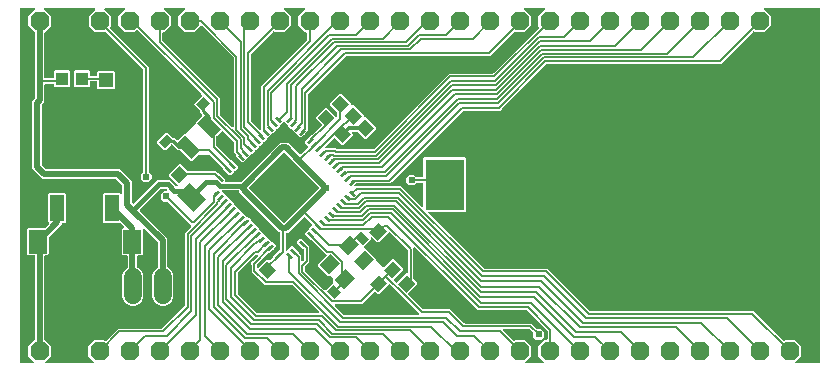
<source format=gtl>
G04 EAGLE Gerber RS-274X export*
G75*
%MOMM*%
%FSLAX34Y34*%
%LPD*%
%INTop Copper*%
%IPPOS*%
%AMOC8*
5,1,8,0,0,1.08239X$1,22.5*%
G01*
%ADD10R,0.240000X0.600000*%
%ADD11R,4.250000X4.250000*%
%ADD12R,1.500000X2.000000*%
%ADD13R,1.050000X1.080000*%
%ADD14R,0.925000X0.740000*%
%ADD15P,1.732040X8X202.500000*%
%ADD16P,1.732040X8X22.500000*%
%ADD17R,1.000000X1.100000*%
%ADD18R,1.200000X1.200000*%
%ADD19R,1.000000X1.800000*%
%ADD20R,1.300000X1.100000*%
%ADD21P,1.732040X8X292.500000*%
%ADD22P,1.732040X8X112.500000*%
%ADD23R,1.219200X2.235200*%
%ADD24R,3.600000X2.200000*%
%ADD25R,3.302000X4.318000*%
%ADD26R,1.000000X1.000000*%
%ADD27C,1.524000*%
%ADD28C,0.203200*%
%ADD29C,0.152400*%
%ADD30C,0.508000*%
%ADD31C,0.406400*%
%ADD32C,0.200000*%
%ADD33C,0.604800*%
%ADD34C,0.304800*%
%ADD35C,0.254000*%

G36*
X1130118Y383544D02*
X1130118Y383544D01*
X1130137Y383542D01*
X1130239Y383564D01*
X1130341Y383580D01*
X1130358Y383590D01*
X1130378Y383594D01*
X1130467Y383647D01*
X1130558Y383696D01*
X1130572Y383710D01*
X1130589Y383720D01*
X1130656Y383799D01*
X1130728Y383874D01*
X1130736Y383892D01*
X1130749Y383907D01*
X1130788Y384003D01*
X1130831Y384097D01*
X1130833Y384117D01*
X1130841Y384135D01*
X1130859Y384302D01*
X1130859Y683248D01*
X1130856Y683268D01*
X1130858Y683287D01*
X1130836Y683389D01*
X1130820Y683491D01*
X1130810Y683508D01*
X1130806Y683528D01*
X1130753Y683617D01*
X1130704Y683708D01*
X1130690Y683722D01*
X1130680Y683739D01*
X1130601Y683806D01*
X1130526Y683878D01*
X1130508Y683886D01*
X1130493Y683899D01*
X1130397Y683938D01*
X1130303Y683981D01*
X1130283Y683983D01*
X1130265Y683991D01*
X1130098Y684009D01*
X1083900Y684009D01*
X1083829Y683998D01*
X1083758Y683996D01*
X1083709Y683978D01*
X1083657Y683970D01*
X1083594Y683936D01*
X1083527Y683911D01*
X1083486Y683879D01*
X1083440Y683854D01*
X1083390Y683802D01*
X1083334Y683758D01*
X1083306Y683714D01*
X1083270Y683676D01*
X1083240Y683611D01*
X1083201Y683551D01*
X1083189Y683500D01*
X1083167Y683453D01*
X1083159Y683382D01*
X1083141Y683312D01*
X1083145Y683260D01*
X1083140Y683209D01*
X1083155Y683138D01*
X1083161Y683067D01*
X1083181Y683019D01*
X1083192Y682968D01*
X1083229Y682907D01*
X1083257Y682841D01*
X1083302Y682785D01*
X1083318Y682757D01*
X1083336Y682742D01*
X1083362Y682710D01*
X1089026Y677046D01*
X1089026Y669154D01*
X1083446Y663574D01*
X1075554Y663574D01*
X1074920Y664209D01*
X1074903Y664221D01*
X1074891Y664236D01*
X1074804Y664292D01*
X1074720Y664353D01*
X1074701Y664358D01*
X1074684Y664369D01*
X1074584Y664395D01*
X1074485Y664425D01*
X1074465Y664424D01*
X1074445Y664429D01*
X1074343Y664421D01*
X1074239Y664419D01*
X1074220Y664412D01*
X1074200Y664410D01*
X1074105Y664370D01*
X1074008Y664334D01*
X1073992Y664322D01*
X1073974Y664314D01*
X1073843Y664209D01*
X1046665Y637031D01*
X899354Y637031D01*
X899264Y637017D01*
X899173Y637009D01*
X899144Y636997D01*
X899112Y636992D01*
X899031Y636949D01*
X898947Y636913D01*
X898915Y636887D01*
X898894Y636876D01*
X898872Y636853D01*
X898816Y636808D01*
X860978Y598970D01*
X859415Y597407D01*
X828595Y597407D01*
X828505Y597393D01*
X828414Y597385D01*
X828384Y597373D01*
X828352Y597368D01*
X828272Y597325D01*
X828188Y597289D01*
X828156Y597263D01*
X828135Y597252D01*
X828113Y597229D01*
X828057Y597184D01*
X768120Y537248D01*
X766558Y535685D01*
X737667Y535685D01*
X737577Y535671D01*
X737486Y535663D01*
X737456Y535651D01*
X737424Y535646D01*
X737344Y535603D01*
X737260Y535567D01*
X737228Y535541D01*
X737207Y535530D01*
X737185Y535507D01*
X737129Y535462D01*
X736513Y534846D01*
X736471Y534788D01*
X736422Y534736D01*
X736400Y534689D01*
X736369Y534647D01*
X736348Y534578D01*
X736318Y534513D01*
X736312Y534461D01*
X736297Y534412D01*
X736299Y534340D01*
X736291Y534269D01*
X736302Y534218D01*
X736303Y534166D01*
X736328Y534098D01*
X736343Y534028D01*
X736370Y533984D01*
X736388Y533935D01*
X736433Y533879D01*
X736469Y533817D01*
X736509Y533783D01*
X736541Y533743D01*
X736602Y533704D01*
X736656Y533657D01*
X736705Y533638D01*
X736748Y533610D01*
X736818Y533592D01*
X736884Y533565D01*
X736956Y533557D01*
X736987Y533550D01*
X737010Y533551D01*
X737051Y533547D01*
X775824Y533547D01*
X793466Y515905D01*
X793524Y515863D01*
X793576Y515814D01*
X793623Y515792D01*
X793665Y515762D01*
X793734Y515741D01*
X793799Y515710D01*
X793851Y515705D01*
X793901Y515689D01*
X793972Y515691D01*
X794043Y515683D01*
X794094Y515694D01*
X794146Y515696D01*
X794214Y515720D01*
X794284Y515736D01*
X794329Y515762D01*
X794377Y515780D01*
X794433Y515825D01*
X794495Y515862D01*
X794529Y515901D01*
X794569Y515934D01*
X794608Y515994D01*
X794655Y516049D01*
X794674Y516097D01*
X794702Y516141D01*
X794720Y516210D01*
X794747Y516277D01*
X794755Y516348D01*
X794763Y516379D01*
X794761Y516403D01*
X794765Y516444D01*
X794765Y535432D01*
X794762Y535452D01*
X794764Y535471D01*
X794742Y535573D01*
X794726Y535675D01*
X794716Y535692D01*
X794712Y535712D01*
X794659Y535801D01*
X794610Y535892D01*
X794596Y535906D01*
X794586Y535923D01*
X794507Y535990D01*
X794432Y536062D01*
X794414Y536070D01*
X794399Y536083D01*
X794303Y536122D01*
X794209Y536165D01*
X794189Y536167D01*
X794171Y536175D01*
X794004Y536193D01*
X789321Y536193D01*
X789231Y536179D01*
X789140Y536171D01*
X789111Y536159D01*
X789079Y536154D01*
X788998Y536111D01*
X788914Y536075D01*
X788882Y536049D01*
X788861Y536038D01*
X788839Y536015D01*
X788783Y535970D01*
X786744Y533931D01*
X782976Y533931D01*
X780311Y536596D01*
X780311Y540364D01*
X782976Y543029D01*
X786744Y543029D01*
X788783Y540990D01*
X788857Y540937D01*
X788927Y540877D01*
X788957Y540865D01*
X788983Y540846D01*
X789070Y540819D01*
X789155Y540785D01*
X789196Y540781D01*
X789218Y540774D01*
X789250Y540775D01*
X789321Y540767D01*
X794004Y540767D01*
X794024Y540770D01*
X794043Y540768D01*
X794145Y540790D01*
X794247Y540806D01*
X794264Y540816D01*
X794284Y540820D01*
X794373Y540873D01*
X794464Y540922D01*
X794478Y540936D01*
X794495Y540946D01*
X794562Y541025D01*
X794634Y541100D01*
X794642Y541118D01*
X794655Y541133D01*
X794694Y541229D01*
X794737Y541323D01*
X794739Y541343D01*
X794747Y541361D01*
X794765Y541528D01*
X794765Y556892D01*
X795658Y557785D01*
X829942Y557785D01*
X830835Y556892D01*
X830835Y512448D01*
X829942Y511555D01*
X799654Y511555D01*
X799583Y511544D01*
X799511Y511542D01*
X799462Y511524D01*
X799411Y511516D01*
X799347Y511482D01*
X799280Y511457D01*
X799239Y511425D01*
X799193Y511400D01*
X799144Y511348D01*
X799088Y511304D01*
X799060Y511260D01*
X799024Y511222D01*
X798994Y511157D01*
X798955Y511097D01*
X798942Y511046D01*
X798920Y510999D01*
X798913Y510928D01*
X798895Y510858D01*
X798899Y510806D01*
X798893Y510755D01*
X798909Y510684D01*
X798914Y510613D01*
X798935Y510565D01*
X798946Y510514D01*
X798982Y510453D01*
X799010Y510387D01*
X799055Y510331D01*
X799072Y510303D01*
X799090Y510288D01*
X799115Y510256D01*
X845597Y463774D01*
X845671Y463721D01*
X845741Y463661D01*
X845771Y463649D01*
X845797Y463630D01*
X845884Y463603D01*
X845969Y463569D01*
X846010Y463565D01*
X846032Y463558D01*
X846064Y463559D01*
X846136Y463551D01*
X899569Y463551D01*
X935414Y427706D01*
X935488Y427653D01*
X935558Y427593D01*
X935588Y427581D01*
X935614Y427562D01*
X935701Y427535D01*
X935786Y427501D01*
X935827Y427497D01*
X935849Y427490D01*
X935881Y427491D01*
X935953Y427483D01*
X1074351Y427483D01*
X1099243Y402591D01*
X1099259Y402579D01*
X1099272Y402564D01*
X1099359Y402508D01*
X1099443Y402447D01*
X1099462Y402442D01*
X1099479Y402431D01*
X1099579Y402405D01*
X1099678Y402375D01*
X1099698Y402376D01*
X1099717Y402371D01*
X1099820Y402379D01*
X1099924Y402381D01*
X1099942Y402388D01*
X1099962Y402390D01*
X1100057Y402430D01*
X1100155Y402466D01*
X1100170Y402478D01*
X1100189Y402486D01*
X1100320Y402591D01*
X1100954Y403226D01*
X1108846Y403226D01*
X1114426Y397646D01*
X1114426Y389754D01*
X1109512Y384840D01*
X1109470Y384782D01*
X1109420Y384730D01*
X1109399Y384683D01*
X1109368Y384641D01*
X1109347Y384572D01*
X1109317Y384507D01*
X1109311Y384455D01*
X1109296Y384405D01*
X1109298Y384334D01*
X1109290Y384263D01*
X1109301Y384212D01*
X1109302Y384160D01*
X1109327Y384092D01*
X1109342Y384022D01*
X1109369Y383977D01*
X1109387Y383929D01*
X1109431Y383873D01*
X1109468Y383811D01*
X1109508Y383777D01*
X1109540Y383737D01*
X1109601Y383698D01*
X1109655Y383651D01*
X1109703Y383632D01*
X1109747Y383604D01*
X1109817Y383586D01*
X1109883Y383559D01*
X1109955Y383551D01*
X1109986Y383543D01*
X1110009Y383545D01*
X1110050Y383541D01*
X1130098Y383541D01*
X1130118Y383544D01*
G37*
G36*
X549038Y518541D02*
X549038Y518541D01*
X549142Y518544D01*
X549160Y518551D01*
X549180Y518552D01*
X549275Y518593D01*
X549373Y518628D01*
X549388Y518641D01*
X549407Y518649D01*
X549537Y518753D01*
X569265Y538481D01*
X579831Y538481D01*
X584942Y533370D01*
X585016Y533317D01*
X585086Y533257D01*
X585116Y533245D01*
X585142Y533226D01*
X585229Y533199D01*
X585314Y533165D01*
X585355Y533161D01*
X585377Y533154D01*
X585409Y533155D01*
X585481Y533147D01*
X586379Y533147D01*
X586450Y533158D01*
X586521Y533160D01*
X586570Y533178D01*
X586622Y533186D01*
X586685Y533220D01*
X586752Y533245D01*
X586793Y533277D01*
X586839Y533302D01*
X586888Y533354D01*
X586944Y533398D01*
X586973Y533442D01*
X587008Y533480D01*
X587039Y533545D01*
X587077Y533605D01*
X587090Y533656D01*
X587112Y533703D01*
X587120Y533774D01*
X587138Y533844D01*
X587133Y533896D01*
X587139Y533947D01*
X587124Y534018D01*
X587118Y534089D01*
X587098Y534137D01*
X587087Y534188D01*
X587050Y534249D01*
X587022Y534315D01*
X586977Y534371D01*
X586961Y534399D01*
X586943Y534414D01*
X586917Y534446D01*
X579075Y542288D01*
X579075Y543552D01*
X587746Y552223D01*
X589009Y552223D01*
X595163Y546070D01*
X595237Y546017D01*
X595306Y545957D01*
X595336Y545945D01*
X595362Y545926D01*
X595449Y545899D01*
X595534Y545865D01*
X595575Y545861D01*
X595597Y545854D01*
X595630Y545855D01*
X595701Y545847D01*
X619437Y545847D01*
X620401Y544883D01*
X620475Y544830D01*
X620544Y544771D01*
X620574Y544759D01*
X620600Y544740D01*
X620687Y544713D01*
X620772Y544679D01*
X620813Y544674D01*
X620836Y544667D01*
X620868Y544668D01*
X620939Y544660D01*
X622079Y544660D01*
X627215Y539524D01*
X627215Y538261D01*
X627210Y538256D01*
X627168Y538198D01*
X627119Y538146D01*
X627097Y538099D01*
X627066Y538057D01*
X627045Y537988D01*
X627015Y537923D01*
X627009Y537871D01*
X626994Y537821D01*
X626996Y537750D01*
X626988Y537679D01*
X626999Y537628D01*
X627000Y537576D01*
X627025Y537508D01*
X627040Y537438D01*
X627067Y537393D01*
X627085Y537345D01*
X627130Y537289D01*
X627166Y537227D01*
X627206Y537193D01*
X627238Y537153D01*
X627299Y537114D01*
X627353Y537067D01*
X627402Y537048D01*
X627445Y537020D01*
X627515Y537002D01*
X627581Y536975D01*
X627653Y536967D01*
X627684Y536959D01*
X627707Y536961D01*
X627748Y536957D01*
X639908Y536957D01*
X639998Y536971D01*
X640089Y536979D01*
X640118Y536991D01*
X640150Y536996D01*
X640231Y537039D01*
X640315Y537075D01*
X640347Y537101D01*
X640368Y537112D01*
X640390Y537135D01*
X640446Y537180D01*
X673463Y570196D01*
X680177Y570196D01*
X689939Y560435D01*
X689955Y560423D01*
X689967Y560408D01*
X690054Y560352D01*
X690138Y560291D01*
X690157Y560285D01*
X690174Y560275D01*
X690275Y560249D01*
X690373Y560219D01*
X690393Y560219D01*
X690413Y560215D01*
X690516Y560223D01*
X690619Y560225D01*
X690638Y560232D01*
X690658Y560234D01*
X690753Y560274D01*
X690850Y560310D01*
X690866Y560322D01*
X690884Y560330D01*
X691015Y560435D01*
X697095Y566515D01*
X697106Y566531D01*
X697122Y566543D01*
X697178Y566631D01*
X697238Y566714D01*
X697244Y566733D01*
X697255Y566750D01*
X697280Y566851D01*
X697311Y566949D01*
X697310Y566969D01*
X697315Y566989D01*
X697307Y567092D01*
X697304Y567195D01*
X697297Y567214D01*
X697296Y567234D01*
X697256Y567329D01*
X697220Y567426D01*
X697207Y567442D01*
X697200Y567460D01*
X697095Y567591D01*
X694599Y570087D01*
X694599Y571350D01*
X699735Y576486D01*
X699937Y576486D01*
X700027Y576501D01*
X700118Y576508D01*
X700147Y576520D01*
X700179Y576526D01*
X700260Y576568D01*
X700344Y576604D01*
X700376Y576630D01*
X700397Y576641D01*
X700419Y576664D01*
X700475Y576709D01*
X708504Y584738D01*
X708516Y584754D01*
X708531Y584767D01*
X708560Y584811D01*
X708591Y584844D01*
X708611Y584886D01*
X708648Y584938D01*
X708653Y584957D01*
X708664Y584974D01*
X708680Y585035D01*
X708695Y585067D01*
X708699Y585104D01*
X708720Y585173D01*
X708719Y585193D01*
X708724Y585212D01*
X708719Y585284D01*
X708722Y585311D01*
X708716Y585339D01*
X708714Y585419D01*
X708707Y585437D01*
X708705Y585457D01*
X708674Y585530D01*
X708669Y585552D01*
X708658Y585571D01*
X708629Y585650D01*
X708617Y585665D01*
X708609Y585684D01*
X708504Y585815D01*
X703679Y590639D01*
X703679Y591903D01*
X711643Y599867D01*
X712907Y599867D01*
X720729Y592045D01*
X720787Y592003D01*
X720839Y591954D01*
X720886Y591932D01*
X720928Y591901D01*
X720997Y591880D01*
X721062Y591850D01*
X721114Y591844D01*
X721163Y591829D01*
X721235Y591831D01*
X721306Y591823D01*
X721357Y591834D01*
X721409Y591835D01*
X721477Y591860D01*
X721547Y591875D01*
X721591Y591902D01*
X721640Y591920D01*
X721696Y591965D01*
X721758Y592001D01*
X721792Y592041D01*
X721832Y592073D01*
X721871Y592134D01*
X721918Y592188D01*
X721937Y592237D01*
X721965Y592280D01*
X721983Y592350D01*
X722010Y592416D01*
X722017Y592488D01*
X722025Y592519D01*
X722024Y592542D01*
X722028Y592583D01*
X722028Y595533D01*
X722013Y595623D01*
X722006Y595714D01*
X721994Y595744D01*
X721988Y595776D01*
X721946Y595857D01*
X721910Y595941D01*
X721884Y595973D01*
X721873Y595993D01*
X721850Y596016D01*
X721805Y596072D01*
X715497Y602379D01*
X715497Y603642D01*
X723815Y611960D01*
X725078Y611960D01*
X733608Y603430D01*
X733608Y602491D01*
X733620Y602420D01*
X733622Y602348D01*
X733640Y602299D01*
X733648Y602248D01*
X733681Y602185D01*
X733706Y602117D01*
X733739Y602077D01*
X733763Y602031D01*
X733815Y601982D01*
X733860Y601925D01*
X733904Y601897D01*
X733941Y601861D01*
X734006Y601831D01*
X734067Y601792D01*
X734117Y601780D01*
X734164Y601758D01*
X734236Y601750D01*
X734305Y601732D01*
X734357Y601736D01*
X734409Y601731D01*
X734479Y601746D01*
X734551Y601752D01*
X734598Y601772D01*
X734649Y601783D01*
X734678Y601800D01*
X736018Y601800D01*
X744548Y593270D01*
X744548Y592283D01*
X744551Y592264D01*
X744549Y592244D01*
X744571Y592143D01*
X744588Y592041D01*
X744597Y592023D01*
X744601Y592004D01*
X744655Y591915D01*
X744703Y591823D01*
X744717Y591810D01*
X744728Y591793D01*
X744806Y591725D01*
X744881Y591654D01*
X744899Y591646D01*
X744915Y591633D01*
X745011Y591594D01*
X745104Y591550D01*
X745124Y591548D01*
X745143Y591541D01*
X745309Y591522D01*
X746296Y591522D01*
X754826Y582992D01*
X754826Y581729D01*
X746508Y573411D01*
X745245Y573411D01*
X739462Y579195D01*
X739388Y579248D01*
X739318Y579308D01*
X739288Y579320D01*
X739262Y579339D01*
X739175Y579365D01*
X739090Y579400D01*
X739049Y579404D01*
X739027Y579411D01*
X738995Y579410D01*
X738923Y579418D01*
X735193Y579418D01*
X735122Y579407D01*
X735051Y579405D01*
X735002Y579387D01*
X734950Y579378D01*
X734887Y579345D01*
X734820Y579320D01*
X734779Y579288D01*
X734733Y579263D01*
X734684Y579211D01*
X734628Y579166D01*
X734599Y579123D01*
X734564Y579085D01*
X734533Y579020D01*
X734495Y578960D01*
X734482Y578909D01*
X734460Y578862D01*
X734452Y578791D01*
X734435Y578721D01*
X734439Y578669D01*
X734433Y578617D01*
X734448Y578547D01*
X734454Y578476D01*
X734474Y578428D01*
X734485Y578377D01*
X734522Y578315D01*
X734550Y578249D01*
X734595Y578193D01*
X734611Y578166D01*
X734629Y578151D01*
X734655Y578119D01*
X735013Y577760D01*
X735013Y576497D01*
X727049Y568533D01*
X725786Y568533D01*
X720105Y574214D01*
X720089Y574225D01*
X720076Y574241D01*
X719989Y574297D01*
X719905Y574357D01*
X719886Y574363D01*
X719870Y574374D01*
X719769Y574399D01*
X719670Y574429D01*
X719650Y574429D01*
X719631Y574434D01*
X719528Y574426D01*
X719424Y574423D01*
X719406Y574416D01*
X719386Y574415D01*
X719291Y574374D01*
X719193Y574339D01*
X719178Y574326D01*
X719160Y574318D01*
X719029Y574214D01*
X711688Y566873D01*
X711676Y566856D01*
X711660Y566844D01*
X711604Y566757D01*
X711544Y566673D01*
X711538Y566654D01*
X711527Y566637D01*
X711502Y566537D01*
X711472Y566438D01*
X711472Y566418D01*
X711467Y566399D01*
X711475Y566296D01*
X711478Y566192D01*
X711485Y566173D01*
X711487Y566153D01*
X711527Y566059D01*
X711563Y565961D01*
X711575Y565945D01*
X711583Y565927D01*
X711688Y565796D01*
X711869Y565615D01*
X711943Y565561D01*
X712013Y565502D01*
X712043Y565490D01*
X712069Y565471D01*
X712156Y565444D01*
X712241Y565410D01*
X712282Y565406D01*
X712304Y565399D01*
X712336Y565400D01*
X712407Y565392D01*
X720713Y565392D01*
X721239Y564866D01*
X721313Y564813D01*
X721383Y564753D01*
X721413Y564741D01*
X721439Y564722D01*
X721526Y564695D01*
X721611Y564661D01*
X721652Y564657D01*
X721674Y564650D01*
X721706Y564651D01*
X721777Y564643D01*
X752378Y564643D01*
X752468Y564657D01*
X752559Y564665D01*
X752589Y564677D01*
X752621Y564682D01*
X752701Y564725D01*
X752785Y564761D01*
X752817Y564787D01*
X752838Y564798D01*
X752860Y564821D01*
X752916Y564866D01*
X816701Y628651D01*
X853701Y628651D01*
X853792Y628665D01*
X853882Y628673D01*
X853912Y628685D01*
X853944Y628690D01*
X854025Y628733D01*
X854109Y628769D01*
X854141Y628795D01*
X854162Y628806D01*
X854173Y628817D01*
X854174Y628818D01*
X854186Y628831D01*
X854240Y628874D01*
X892809Y667443D01*
X892821Y667459D01*
X892836Y667472D01*
X892892Y667559D01*
X892953Y667643D01*
X892958Y667662D01*
X892969Y667679D01*
X892995Y667779D01*
X893025Y667878D01*
X893024Y667898D01*
X893029Y667917D01*
X893021Y668020D01*
X893019Y668124D01*
X893012Y668142D01*
X893010Y668162D01*
X892970Y668257D01*
X892934Y668355D01*
X892922Y668370D01*
X892914Y668389D01*
X892809Y668520D01*
X892174Y669154D01*
X892174Y677046D01*
X897838Y682710D01*
X897880Y682768D01*
X897930Y682820D01*
X897951Y682867D01*
X897982Y682909D01*
X898003Y682978D01*
X898033Y683043D01*
X898039Y683095D01*
X898054Y683145D01*
X898052Y683216D01*
X898060Y683287D01*
X898049Y683338D01*
X898048Y683390D01*
X898023Y683458D01*
X898008Y683528D01*
X897981Y683573D01*
X897963Y683621D01*
X897919Y683677D01*
X897882Y683739D01*
X897842Y683773D01*
X897810Y683813D01*
X897749Y683852D01*
X897695Y683899D01*
X897647Y683918D01*
X897603Y683946D01*
X897533Y683964D01*
X897467Y683991D01*
X897395Y683999D01*
X897364Y684007D01*
X897341Y684005D01*
X897300Y684009D01*
X880700Y684009D01*
X880629Y683998D01*
X880558Y683996D01*
X880509Y683978D01*
X880457Y683970D01*
X880394Y683936D01*
X880327Y683911D01*
X880286Y683879D01*
X880240Y683854D01*
X880190Y683802D01*
X880134Y683758D01*
X880106Y683714D01*
X880070Y683676D01*
X880040Y683611D01*
X880001Y683551D01*
X879989Y683500D01*
X879967Y683453D01*
X879959Y683382D01*
X879941Y683312D01*
X879945Y683260D01*
X879940Y683209D01*
X879955Y683138D01*
X879961Y683067D01*
X879981Y683019D01*
X879992Y682968D01*
X880029Y682907D01*
X880057Y682841D01*
X880102Y682785D01*
X880118Y682757D01*
X880136Y682742D01*
X880162Y682710D01*
X885826Y677046D01*
X885826Y669154D01*
X880246Y663574D01*
X872354Y663574D01*
X872228Y663701D01*
X872211Y663713D01*
X872199Y663728D01*
X872112Y663784D01*
X872028Y663845D01*
X872009Y663850D01*
X871992Y663861D01*
X871892Y663887D01*
X871793Y663917D01*
X871773Y663916D01*
X871753Y663921D01*
X871650Y663913D01*
X871547Y663911D01*
X871528Y663904D01*
X871508Y663902D01*
X871413Y663862D01*
X871316Y663826D01*
X871300Y663814D01*
X871282Y663806D01*
X871151Y663701D01*
X851339Y643889D01*
X729988Y643889D01*
X729898Y643875D01*
X729807Y643867D01*
X729778Y643855D01*
X729746Y643850D01*
X729665Y643807D01*
X729581Y643771D01*
X729549Y643745D01*
X729528Y643734D01*
X729527Y643733D01*
X729506Y643711D01*
X729450Y643666D01*
X697454Y611670D01*
X697408Y611607D01*
X697385Y611583D01*
X697381Y611573D01*
X697341Y611526D01*
X697329Y611496D01*
X697310Y611470D01*
X697283Y611383D01*
X697249Y611298D01*
X697245Y611257D01*
X697238Y611235D01*
X697239Y611203D01*
X697231Y611131D01*
X697231Y580892D01*
X696740Y580401D01*
X696687Y580327D01*
X696628Y580258D01*
X696615Y580228D01*
X696597Y580201D01*
X696570Y580114D01*
X696536Y580030D01*
X696531Y579989D01*
X696524Y579966D01*
X696525Y579934D01*
X696517Y579863D01*
X696517Y579704D01*
X694295Y577481D01*
X694261Y577434D01*
X694219Y577392D01*
X694189Y577334D01*
X694151Y577282D01*
X694145Y577262D01*
X693730Y576913D01*
X693715Y576895D01*
X693682Y576869D01*
X691381Y574568D01*
X690118Y574568D01*
X687528Y577158D01*
X687528Y577342D01*
X687525Y577362D01*
X687527Y577381D01*
X687505Y577483D01*
X687488Y577585D01*
X687479Y577602D01*
X687475Y577622D01*
X687421Y577711D01*
X687373Y577802D01*
X687359Y577816D01*
X687348Y577833D01*
X687270Y577900D01*
X687195Y577972D01*
X687177Y577980D01*
X687162Y577993D01*
X687065Y578032D01*
X686972Y578075D01*
X686952Y578077D01*
X686933Y578085D01*
X686767Y578103D01*
X686583Y578103D01*
X683992Y580693D01*
X683992Y580878D01*
X683989Y580897D01*
X683991Y580917D01*
X683969Y581018D01*
X683953Y581120D01*
X683943Y581138D01*
X683939Y581157D01*
X683886Y581246D01*
X683838Y581338D01*
X683823Y581351D01*
X683813Y581368D01*
X683734Y581436D01*
X683659Y581507D01*
X683641Y581515D01*
X683626Y581528D01*
X683530Y581567D01*
X683436Y581611D01*
X683416Y581613D01*
X683398Y581620D01*
X683231Y581639D01*
X683047Y581639D01*
X680457Y584229D01*
X680457Y584413D01*
X680454Y584433D01*
X680456Y584453D01*
X680434Y584554D01*
X680417Y584656D01*
X680408Y584673D01*
X680404Y584693D01*
X680350Y584782D01*
X680302Y584873D01*
X680288Y584887D01*
X680277Y584904D01*
X680199Y584971D01*
X680124Y585043D01*
X680106Y585051D01*
X680091Y585064D01*
X679994Y585103D01*
X679901Y585146D01*
X679881Y585148D01*
X679862Y585156D01*
X679696Y585174D01*
X679512Y585174D01*
X677358Y587328D01*
X677342Y587340D01*
X677329Y587355D01*
X677242Y587411D01*
X677158Y587471D01*
X677139Y587477D01*
X677122Y587488D01*
X677022Y587513D01*
X676923Y587544D01*
X676903Y587543D01*
X676884Y587548D01*
X676781Y587540D01*
X676677Y587537D01*
X676659Y587531D01*
X676639Y587529D01*
X676544Y587489D01*
X676446Y587453D01*
X676431Y587441D01*
X676412Y587433D01*
X676281Y587328D01*
X674135Y585181D01*
X673950Y585181D01*
X673930Y585178D01*
X673910Y585180D01*
X673809Y585158D01*
X673707Y585141D01*
X673689Y585132D01*
X673670Y585128D01*
X673581Y585075D01*
X673489Y585026D01*
X673476Y585012D01*
X673459Y585002D01*
X673391Y584923D01*
X673320Y584848D01*
X673312Y584830D01*
X673299Y584815D01*
X673260Y584718D01*
X673216Y584625D01*
X673214Y584605D01*
X673207Y584586D01*
X673188Y584420D01*
X673188Y584235D01*
X670598Y581645D01*
X670413Y581645D01*
X670394Y581641D01*
X670374Y581644D01*
X670272Y581622D01*
X670170Y581605D01*
X670153Y581596D01*
X670133Y581591D01*
X670044Y581538D01*
X669953Y581490D01*
X669939Y581475D01*
X669922Y581465D01*
X669855Y581386D01*
X669784Y581311D01*
X669775Y581293D01*
X669762Y581278D01*
X669724Y581182D01*
X669680Y581088D01*
X669678Y581069D01*
X669670Y581050D01*
X669652Y580883D01*
X669652Y580698D01*
X667062Y578108D01*
X666877Y578108D01*
X666857Y578105D01*
X666837Y578107D01*
X666736Y578085D01*
X666634Y578068D01*
X666616Y578059D01*
X666597Y578055D01*
X666508Y578002D01*
X666417Y577953D01*
X666403Y577939D01*
X666386Y577929D01*
X666318Y577850D01*
X666247Y577775D01*
X666239Y577757D01*
X666226Y577742D01*
X666187Y577646D01*
X666144Y577552D01*
X666141Y577532D01*
X666134Y577514D01*
X666116Y577347D01*
X666116Y577162D01*
X663525Y574572D01*
X663340Y574572D01*
X663321Y574569D01*
X663301Y574571D01*
X663200Y574549D01*
X663098Y574532D01*
X663080Y574523D01*
X663061Y574518D01*
X662972Y574465D01*
X662880Y574417D01*
X662867Y574402D01*
X662849Y574392D01*
X662782Y574314D01*
X662711Y574239D01*
X662702Y574221D01*
X662690Y574205D01*
X662651Y574109D01*
X662607Y574015D01*
X662605Y573996D01*
X662598Y573977D01*
X662579Y573810D01*
X662579Y573626D01*
X659989Y571035D01*
X659804Y571035D01*
X659784Y571032D01*
X659764Y571034D01*
X659663Y571012D01*
X659561Y570996D01*
X659544Y570986D01*
X659524Y570982D01*
X659435Y570929D01*
X659344Y570880D01*
X659330Y570866D01*
X659313Y570856D01*
X659246Y570777D01*
X659174Y570702D01*
X659166Y570684D01*
X659153Y570669D01*
X659114Y570573D01*
X659071Y570479D01*
X659069Y570459D01*
X659061Y570441D01*
X659043Y570274D01*
X659043Y570089D01*
X656452Y567499D01*
X656267Y567499D01*
X656248Y567496D01*
X656228Y567498D01*
X656127Y567476D01*
X656025Y567459D01*
X656007Y567450D01*
X655988Y567446D01*
X655899Y567392D01*
X655807Y567344D01*
X655794Y567330D01*
X655777Y567319D01*
X655709Y567241D01*
X655638Y567166D01*
X655630Y567148D01*
X655617Y567133D01*
X655578Y567036D01*
X655534Y566943D01*
X655532Y566923D01*
X655525Y566904D01*
X655506Y566738D01*
X655506Y566553D01*
X652916Y563962D01*
X652731Y563962D01*
X652711Y563959D01*
X652692Y563961D01*
X652590Y563939D01*
X652488Y563923D01*
X652471Y563913D01*
X652451Y563909D01*
X652362Y563856D01*
X652271Y563808D01*
X652257Y563793D01*
X652240Y563783D01*
X652173Y563704D01*
X652102Y563629D01*
X652093Y563611D01*
X652080Y563596D01*
X652041Y563500D01*
X651998Y563406D01*
X651996Y563386D01*
X651988Y563368D01*
X651970Y563201D01*
X651970Y563016D01*
X649380Y560426D01*
X649195Y560426D01*
X649175Y560423D01*
X649155Y560425D01*
X649054Y560403D01*
X648952Y560386D01*
X648934Y560377D01*
X648915Y560373D01*
X648826Y560320D01*
X648735Y560271D01*
X648721Y560257D01*
X648704Y560247D01*
X648636Y560168D01*
X648565Y560093D01*
X648557Y560075D01*
X648544Y560060D01*
X648505Y559963D01*
X648462Y559870D01*
X648459Y559850D01*
X648452Y559832D01*
X648433Y559665D01*
X648433Y559480D01*
X645843Y556890D01*
X645658Y556890D01*
X645639Y556886D01*
X645619Y556889D01*
X645518Y556867D01*
X645415Y556850D01*
X645398Y556841D01*
X645378Y556836D01*
X645289Y556783D01*
X645198Y556735D01*
X645184Y556720D01*
X645167Y556710D01*
X645100Y556631D01*
X645029Y556556D01*
X645020Y556538D01*
X645007Y556523D01*
X644969Y556427D01*
X644925Y556333D01*
X644923Y556314D01*
X644915Y556295D01*
X644897Y556128D01*
X644897Y555943D01*
X642307Y553353D01*
X641044Y553353D01*
X635908Y558489D01*
X635908Y559931D01*
X635893Y560021D01*
X635886Y560112D01*
X635873Y560142D01*
X635868Y560174D01*
X635825Y560254D01*
X635790Y560338D01*
X635764Y560370D01*
X635753Y560391D01*
X635730Y560413D01*
X635685Y560469D01*
X634745Y561409D01*
X634745Y570237D01*
X634731Y570328D01*
X634723Y570418D01*
X634711Y570448D01*
X634706Y570480D01*
X634663Y570561D01*
X634627Y570645D01*
X634601Y570677D01*
X634590Y570698D01*
X634567Y570720D01*
X634522Y570776D01*
X625234Y580064D01*
X625218Y580075D01*
X625206Y580091D01*
X625118Y580147D01*
X625035Y580207D01*
X625016Y580213D01*
X624999Y580224D01*
X624898Y580249D01*
X624800Y580280D01*
X624780Y580279D01*
X624760Y580284D01*
X624657Y580276D01*
X624554Y580273D01*
X624535Y580266D01*
X624515Y580265D01*
X624420Y580224D01*
X624323Y580189D01*
X624307Y580176D01*
X624289Y580168D01*
X624158Y580064D01*
X619730Y575636D01*
X619677Y575562D01*
X619617Y575492D01*
X619605Y575462D01*
X619586Y575436D01*
X619559Y575349D01*
X619525Y575264D01*
X619521Y575223D01*
X619514Y575201D01*
X619515Y575169D01*
X619507Y575097D01*
X619507Y568147D01*
X619521Y568057D01*
X619529Y567966D01*
X619541Y567936D01*
X619546Y567904D01*
X619589Y567824D01*
X619625Y567740D01*
X619651Y567708D01*
X619662Y567687D01*
X619685Y567665D01*
X619730Y567609D01*
X631846Y555492D01*
X631920Y555439D01*
X631989Y555380D01*
X632019Y555368D01*
X632046Y555349D01*
X632133Y555322D01*
X632218Y555288D01*
X632258Y555283D01*
X632281Y555277D01*
X632313Y555277D01*
X632384Y555269D01*
X632688Y555269D01*
X637824Y550134D01*
X637824Y548871D01*
X635234Y546280D01*
X635049Y546280D01*
X635029Y546277D01*
X635009Y546279D01*
X634908Y546257D01*
X634806Y546241D01*
X634789Y546231D01*
X634769Y546227D01*
X634680Y546174D01*
X634589Y546126D01*
X634575Y546111D01*
X634558Y546101D01*
X634491Y546022D01*
X634419Y545947D01*
X634411Y545929D01*
X634398Y545914D01*
X634359Y545818D01*
X634316Y545724D01*
X634314Y545704D01*
X634306Y545686D01*
X634288Y545519D01*
X634288Y545334D01*
X631697Y542744D01*
X630434Y542744D01*
X625299Y547880D01*
X625299Y548184D01*
X625284Y548274D01*
X625277Y548365D01*
X625264Y548395D01*
X625259Y548427D01*
X625216Y548507D01*
X625180Y548591D01*
X625155Y548623D01*
X625144Y548644D01*
X625120Y548666D01*
X625076Y548722D01*
X613951Y559846D01*
X613877Y559899D01*
X613808Y559959D01*
X613778Y559971D01*
X613752Y559990D01*
X613665Y560017D01*
X613580Y560051D01*
X613539Y560055D01*
X613517Y560062D01*
X613484Y560061D01*
X613413Y560069D01*
X604479Y560069D01*
X604389Y560055D01*
X604298Y560047D01*
X604268Y560035D01*
X604236Y560030D01*
X604155Y559987D01*
X604071Y559951D01*
X604039Y559925D01*
X604019Y559914D01*
X603996Y559891D01*
X603940Y559846D01*
X599141Y555047D01*
X599113Y555047D01*
X599023Y555032D01*
X598932Y555025D01*
X598902Y555012D01*
X598870Y555007D01*
X598790Y554964D01*
X598706Y554929D01*
X598674Y554903D01*
X598653Y554892D01*
X598631Y554869D01*
X598575Y554824D01*
X598486Y554735D01*
X597854Y554735D01*
X589136Y563453D01*
X589062Y563507D01*
X588992Y563566D01*
X588962Y563578D01*
X588936Y563597D01*
X588849Y563624D01*
X588764Y563658D01*
X588723Y563663D01*
X588701Y563669D01*
X588669Y563669D01*
X588598Y563676D01*
X586801Y563676D01*
X582012Y568466D01*
X581995Y568478D01*
X581983Y568493D01*
X581896Y568549D01*
X581812Y568610D01*
X581793Y568615D01*
X581776Y568626D01*
X581676Y568652D01*
X581577Y568682D01*
X581557Y568681D01*
X581537Y568686D01*
X581435Y568678D01*
X581331Y568676D01*
X581312Y568669D01*
X581292Y568667D01*
X581197Y568627D01*
X581100Y568591D01*
X581084Y568579D01*
X581066Y568571D01*
X580935Y568466D01*
X576633Y564164D01*
X575370Y564164D01*
X569244Y570290D01*
X569244Y571553D01*
X576678Y578987D01*
X577941Y578987D01*
X582335Y574593D01*
X582409Y574540D01*
X582478Y574481D01*
X582508Y574468D01*
X582534Y574450D01*
X582621Y574423D01*
X582706Y574389D01*
X582747Y574384D01*
X582769Y574377D01*
X582802Y574378D01*
X582873Y574370D01*
X584012Y574370D01*
X585816Y572567D01*
X585832Y572555D01*
X585844Y572539D01*
X585932Y572483D01*
X586016Y572423D01*
X586035Y572417D01*
X586051Y572406D01*
X586152Y572381D01*
X586251Y572351D01*
X586271Y572351D01*
X586290Y572346D01*
X586393Y572354D01*
X586497Y572357D01*
X586515Y572364D01*
X586535Y572365D01*
X586630Y572406D01*
X586728Y572441D01*
X586743Y572454D01*
X586761Y572462D01*
X586892Y572567D01*
X592221Y577895D01*
X593265Y577895D01*
X593355Y577910D01*
X593446Y577917D01*
X593476Y577930D01*
X593508Y577935D01*
X593589Y577978D01*
X593673Y578014D01*
X593705Y578039D01*
X593725Y578050D01*
X593748Y578074D01*
X593804Y578118D01*
X601712Y586026D01*
X601765Y586100D01*
X601824Y586170D01*
X601836Y586200D01*
X601855Y586226D01*
X601882Y586313D01*
X601916Y586398D01*
X601921Y586439D01*
X601928Y586461D01*
X601927Y586493D01*
X601935Y586565D01*
X601935Y587609D01*
X607263Y592938D01*
X607275Y592954D01*
X607291Y592966D01*
X607347Y593053D01*
X607407Y593137D01*
X607413Y593156D01*
X607424Y593173D01*
X607449Y593274D01*
X607479Y593372D01*
X607479Y593392D01*
X607484Y593412D01*
X607476Y593515D01*
X607473Y593618D01*
X607466Y593637D01*
X607465Y593657D01*
X607424Y593752D01*
X607389Y593849D01*
X607376Y593865D01*
X607368Y593883D01*
X607263Y594014D01*
X605460Y595818D01*
X605460Y596957D01*
X605445Y597047D01*
X605438Y597138D01*
X605425Y597168D01*
X605420Y597200D01*
X605377Y597280D01*
X605342Y597364D01*
X605316Y597396D01*
X605305Y597417D01*
X605282Y597439D01*
X605237Y597495D01*
X600843Y601889D01*
X600843Y603152D01*
X607433Y609742D01*
X607445Y609758D01*
X607461Y609771D01*
X607517Y609858D01*
X607577Y609942D01*
X607583Y609961D01*
X607594Y609978D01*
X607619Y610078D01*
X607649Y610177D01*
X607649Y610197D01*
X607654Y610216D01*
X607646Y610319D01*
X607643Y610423D01*
X607636Y610442D01*
X607634Y610461D01*
X607594Y610556D01*
X607558Y610654D01*
X607546Y610670D01*
X607538Y610688D01*
X607433Y610819D01*
X552900Y665352D01*
X552884Y665364D01*
X552871Y665379D01*
X552784Y665435D01*
X552700Y665496D01*
X552681Y665501D01*
X552665Y665512D01*
X552564Y665538D01*
X552465Y665568D01*
X552445Y665567D01*
X552426Y665572D01*
X552323Y665564D01*
X552219Y665562D01*
X552201Y665555D01*
X552181Y665553D01*
X552086Y665513D01*
X551988Y665477D01*
X551973Y665465D01*
X551954Y665457D01*
X551823Y665352D01*
X550046Y663574D01*
X542154Y663574D01*
X536574Y669154D01*
X536574Y677046D01*
X542238Y682710D01*
X542280Y682768D01*
X542330Y682820D01*
X542351Y682867D01*
X542382Y682909D01*
X542403Y682978D01*
X542433Y683043D01*
X542439Y683095D01*
X542454Y683145D01*
X542452Y683216D01*
X542460Y683287D01*
X542449Y683338D01*
X542448Y683390D01*
X542423Y683458D01*
X542408Y683528D01*
X542381Y683573D01*
X542363Y683621D01*
X542319Y683677D01*
X542282Y683739D01*
X542242Y683773D01*
X542210Y683813D01*
X542149Y683852D01*
X542095Y683899D01*
X542047Y683918D01*
X542003Y683946D01*
X541933Y683964D01*
X541867Y683991D01*
X541795Y683999D01*
X541764Y684007D01*
X541741Y684005D01*
X541700Y684009D01*
X525393Y684009D01*
X525322Y683998D01*
X525250Y683996D01*
X525201Y683978D01*
X525150Y683970D01*
X525086Y683936D01*
X525019Y683911D01*
X524978Y683879D01*
X524932Y683854D01*
X524883Y683802D01*
X524827Y683758D01*
X524799Y683714D01*
X524763Y683676D01*
X524733Y683611D01*
X524694Y683551D01*
X524681Y683500D01*
X524659Y683453D01*
X524652Y683382D01*
X524634Y683312D01*
X524638Y683260D01*
X524632Y683209D01*
X524648Y683138D01*
X524653Y683067D01*
X524674Y683019D01*
X524685Y682968D01*
X524721Y682907D01*
X524749Y682841D01*
X524794Y682785D01*
X524811Y682757D01*
X524829Y682742D01*
X524854Y682710D01*
X530380Y677184D01*
X530380Y669293D01*
X529345Y668258D01*
X529333Y668242D01*
X529318Y668229D01*
X529261Y668142D01*
X529201Y668058D01*
X529195Y668039D01*
X529185Y668022D01*
X529159Y667922D01*
X529129Y667823D01*
X529129Y667803D01*
X529124Y667784D01*
X529132Y667681D01*
X529135Y667577D01*
X529142Y667558D01*
X529144Y667538D01*
X529184Y667444D01*
X529220Y667346D01*
X529232Y667330D01*
X529240Y667312D01*
X529345Y667181D01*
X562357Y634169D01*
X562357Y545481D01*
X562371Y545391D01*
X562379Y545300D01*
X562391Y545271D01*
X562396Y545239D01*
X562439Y545158D01*
X562475Y545074D01*
X562501Y545042D01*
X562512Y545021D01*
X562535Y544999D01*
X562580Y544943D01*
X564619Y542904D01*
X564619Y539136D01*
X561954Y536471D01*
X558186Y536471D01*
X555521Y539136D01*
X555521Y542904D01*
X557560Y544943D01*
X557613Y545017D01*
X557673Y545087D01*
X557685Y545117D01*
X557704Y545143D01*
X557731Y545230D01*
X557765Y545315D01*
X557769Y545356D01*
X557776Y545378D01*
X557775Y545410D01*
X557783Y545481D01*
X557783Y631959D01*
X557769Y632050D01*
X557761Y632140D01*
X557749Y632170D01*
X557744Y632202D01*
X557701Y632283D01*
X557665Y632367D01*
X557639Y632399D01*
X557628Y632420D01*
X557605Y632442D01*
X557560Y632498D01*
X526111Y663947D01*
X526095Y663959D01*
X526082Y663974D01*
X525995Y664031D01*
X525911Y664091D01*
X525892Y664097D01*
X525875Y664107D01*
X525775Y664133D01*
X525676Y664163D01*
X525656Y664163D01*
X525637Y664168D01*
X525534Y664160D01*
X525430Y664157D01*
X525411Y664150D01*
X525392Y664148D01*
X525297Y664108D01*
X525199Y664072D01*
X525183Y664060D01*
X525165Y664052D01*
X525034Y663947D01*
X524800Y663713D01*
X516908Y663713D01*
X511328Y669293D01*
X511328Y677184D01*
X516854Y682710D01*
X516896Y682768D01*
X516945Y682820D01*
X516967Y682867D01*
X516997Y682909D01*
X517018Y682978D01*
X517049Y683043D01*
X517054Y683095D01*
X517070Y683145D01*
X517068Y683216D01*
X517076Y683287D01*
X517065Y683338D01*
X517063Y683390D01*
X517039Y683458D01*
X517024Y683528D01*
X516997Y683573D01*
X516979Y683621D01*
X516934Y683677D01*
X516897Y683739D01*
X516858Y683773D01*
X516825Y683813D01*
X516765Y683852D01*
X516710Y683899D01*
X516662Y683918D01*
X516618Y683946D01*
X516549Y683964D01*
X516482Y683991D01*
X516411Y683999D01*
X516380Y684007D01*
X516356Y684005D01*
X516316Y684009D01*
X474300Y684009D01*
X474229Y683998D01*
X474158Y683996D01*
X474109Y683978D01*
X474057Y683970D01*
X473994Y683936D01*
X473927Y683911D01*
X473886Y683879D01*
X473840Y683854D01*
X473790Y683802D01*
X473734Y683758D01*
X473706Y683714D01*
X473670Y683676D01*
X473640Y683611D01*
X473601Y683551D01*
X473589Y683500D01*
X473567Y683453D01*
X473559Y683382D01*
X473541Y683312D01*
X473545Y683260D01*
X473540Y683209D01*
X473555Y683138D01*
X473561Y683067D01*
X473581Y683019D01*
X473592Y682968D01*
X473629Y682907D01*
X473657Y682841D01*
X473702Y682785D01*
X473718Y682757D01*
X473736Y682742D01*
X473762Y682710D01*
X479426Y677046D01*
X479426Y669154D01*
X474188Y663916D01*
X474135Y663842D01*
X474075Y663773D01*
X474063Y663743D01*
X474044Y663717D01*
X474017Y663630D01*
X473983Y663545D01*
X473979Y663504D01*
X473972Y663481D01*
X473973Y663449D01*
X473965Y663378D01*
X473965Y625348D01*
X473968Y625328D01*
X473966Y625309D01*
X473988Y625207D01*
X474004Y625105D01*
X474014Y625088D01*
X474018Y625068D01*
X474071Y624979D01*
X474120Y624888D01*
X474134Y624874D01*
X474144Y624857D01*
X474223Y624790D01*
X474298Y624718D01*
X474316Y624710D01*
X474331Y624697D01*
X474427Y624658D01*
X474521Y624615D01*
X474541Y624613D01*
X474559Y624605D01*
X474726Y624587D01*
X481546Y624587D01*
X481566Y624590D01*
X481585Y624588D01*
X481687Y624610D01*
X481789Y624626D01*
X481806Y624636D01*
X481826Y624640D01*
X481915Y624693D01*
X482006Y624742D01*
X482020Y624756D01*
X482037Y624766D01*
X482104Y624845D01*
X482176Y624920D01*
X482184Y624938D01*
X482197Y624953D01*
X482236Y625049D01*
X482279Y625143D01*
X482281Y625163D01*
X482289Y625181D01*
X482307Y625348D01*
X482307Y630464D01*
X483200Y631357D01*
X494464Y631357D01*
X495357Y630464D01*
X495357Y618200D01*
X494464Y617307D01*
X483200Y617307D01*
X482307Y618200D01*
X482307Y619252D01*
X482304Y619272D01*
X482306Y619291D01*
X482284Y619393D01*
X482268Y619495D01*
X482258Y619512D01*
X482254Y619532D01*
X482201Y619621D01*
X482152Y619712D01*
X482138Y619726D01*
X482128Y619743D01*
X482049Y619810D01*
X481974Y619882D01*
X481956Y619890D01*
X481941Y619903D01*
X481845Y619942D01*
X481751Y619985D01*
X481731Y619987D01*
X481713Y619995D01*
X481546Y620013D01*
X474726Y620013D01*
X474706Y620010D01*
X474687Y620012D01*
X474585Y619990D01*
X474483Y619974D01*
X474466Y619964D01*
X474446Y619960D01*
X474357Y619907D01*
X474266Y619858D01*
X474252Y619844D01*
X474235Y619834D01*
X474168Y619755D01*
X474096Y619680D01*
X474088Y619662D01*
X474075Y619647D01*
X474036Y619551D01*
X473993Y619457D01*
X473991Y619437D01*
X473983Y619419D01*
X473965Y619252D01*
X473965Y604496D01*
X472156Y602687D01*
X472103Y602613D01*
X472043Y602544D01*
X472031Y602514D01*
X472012Y602488D01*
X471985Y602401D01*
X471951Y602316D01*
X471947Y602275D01*
X471940Y602252D01*
X471941Y602220D01*
X471933Y602149D01*
X471933Y551401D01*
X471947Y551311D01*
X471955Y551220D01*
X471967Y551190D01*
X471972Y551158D01*
X472015Y551078D01*
X472051Y550994D01*
X472077Y550961D01*
X472088Y550941D01*
X472111Y550919D01*
X472156Y550863D01*
X475289Y547730D01*
X475363Y547677D01*
X475432Y547617D01*
X475462Y547605D01*
X475488Y547586D01*
X475576Y547559D01*
X475660Y547525D01*
X475701Y547521D01*
X475724Y547514D01*
X475756Y547515D01*
X475827Y547507D01*
X537996Y547507D01*
X548133Y537370D01*
X548133Y519397D01*
X548147Y519307D01*
X548155Y519216D01*
X548167Y519186D01*
X548172Y519154D01*
X548215Y519074D01*
X548251Y518990D01*
X548277Y518958D01*
X548288Y518937D01*
X548311Y518915D01*
X548356Y518859D01*
X548461Y518754D01*
X548477Y518742D01*
X548490Y518726D01*
X548576Y518670D01*
X548661Y518610D01*
X548680Y518604D01*
X548696Y518593D01*
X548797Y518568D01*
X548896Y518538D01*
X548916Y518538D01*
X548935Y518533D01*
X549038Y518541D01*
G37*
G36*
X464821Y383552D02*
X464821Y383552D01*
X464892Y383554D01*
X464941Y383572D01*
X464993Y383580D01*
X465056Y383614D01*
X465123Y383639D01*
X465164Y383671D01*
X465210Y383696D01*
X465260Y383748D01*
X465316Y383792D01*
X465344Y383836D01*
X465380Y383874D01*
X465410Y383939D01*
X465449Y383999D01*
X465461Y384050D01*
X465483Y384097D01*
X465491Y384168D01*
X465509Y384238D01*
X465505Y384290D01*
X465510Y384341D01*
X465495Y384412D01*
X465489Y384483D01*
X465469Y384531D01*
X465458Y384582D01*
X465421Y384643D01*
X465393Y384709D01*
X465348Y384765D01*
X465332Y384793D01*
X465314Y384808D01*
X465288Y384840D01*
X460374Y389754D01*
X460374Y397646D01*
X465612Y402884D01*
X465665Y402958D01*
X465725Y403027D01*
X465737Y403057D01*
X465756Y403083D01*
X465783Y403170D01*
X465817Y403255D01*
X465821Y403296D01*
X465828Y403319D01*
X465827Y403351D01*
X465835Y403422D01*
X465835Y474124D01*
X465832Y474144D01*
X465834Y474163D01*
X465812Y474265D01*
X465796Y474367D01*
X465786Y474384D01*
X465782Y474404D01*
X465729Y474493D01*
X465680Y474584D01*
X465666Y474598D01*
X465656Y474615D01*
X465577Y474682D01*
X465502Y474754D01*
X465484Y474762D01*
X465469Y474775D01*
X465373Y474814D01*
X465279Y474857D01*
X465259Y474859D01*
X465241Y474867D01*
X465074Y474885D01*
X460230Y474885D01*
X459337Y475778D01*
X459337Y497042D01*
X460230Y497935D01*
X473823Y497935D01*
X473913Y497949D01*
X474004Y497957D01*
X474034Y497969D01*
X474066Y497974D01*
X474146Y498017D01*
X474230Y498053D01*
X474263Y498079D01*
X474283Y498090D01*
X474305Y498113D01*
X474361Y498158D01*
X477848Y501645D01*
X477860Y501661D01*
X477876Y501673D01*
X477932Y501760D01*
X477992Y501844D01*
X477998Y501864D01*
X478009Y501880D01*
X478034Y501981D01*
X478064Y502080D01*
X478064Y502100D01*
X478069Y502119D01*
X478061Y502222D01*
X478058Y502325D01*
X478051Y502344D01*
X478050Y502364D01*
X478009Y502459D01*
X477973Y502556D01*
X477961Y502572D01*
X477953Y502590D01*
X477848Y502721D01*
X477265Y503304D01*
X477265Y526920D01*
X478158Y527813D01*
X491614Y527813D01*
X492507Y526920D01*
X492507Y503304D01*
X491614Y502411D01*
X489712Y502411D01*
X489692Y502408D01*
X489673Y502410D01*
X489571Y502388D01*
X489469Y502372D01*
X489452Y502362D01*
X489432Y502358D01*
X489343Y502305D01*
X489252Y502256D01*
X489238Y502242D01*
X489221Y502232D01*
X489154Y502153D01*
X489082Y502078D01*
X489074Y502060D01*
X489061Y502045D01*
X489022Y501949D01*
X488979Y501855D01*
X488977Y501835D01*
X488969Y501817D01*
X488951Y501650D01*
X488951Y501250D01*
X477610Y489909D01*
X477557Y489835D01*
X477497Y489766D01*
X477485Y489736D01*
X477466Y489710D01*
X477439Y489623D01*
X477405Y489538D01*
X477401Y489497D01*
X477394Y489474D01*
X477395Y489442D01*
X477387Y489371D01*
X477387Y475778D01*
X476494Y474885D01*
X474726Y474885D01*
X474706Y474882D01*
X474687Y474884D01*
X474585Y474862D01*
X474483Y474846D01*
X474466Y474836D01*
X474446Y474832D01*
X474357Y474779D01*
X474266Y474730D01*
X474252Y474716D01*
X474235Y474706D01*
X474168Y474627D01*
X474096Y474552D01*
X474088Y474534D01*
X474075Y474519D01*
X474036Y474423D01*
X473993Y474329D01*
X473991Y474309D01*
X473983Y474291D01*
X473965Y474124D01*
X473965Y403422D01*
X473979Y403332D01*
X473987Y403241D01*
X473999Y403211D01*
X474004Y403179D01*
X474047Y403099D01*
X474083Y403015D01*
X474109Y402983D01*
X474120Y402962D01*
X474143Y402940D01*
X474188Y402884D01*
X479426Y397646D01*
X479426Y389754D01*
X474512Y384840D01*
X474470Y384782D01*
X474420Y384730D01*
X474399Y384683D01*
X474368Y384641D01*
X474347Y384572D01*
X474317Y384507D01*
X474311Y384455D01*
X474296Y384405D01*
X474298Y384334D01*
X474290Y384263D01*
X474301Y384212D01*
X474302Y384160D01*
X474327Y384092D01*
X474342Y384022D01*
X474369Y383977D01*
X474387Y383929D01*
X474431Y383873D01*
X474468Y383811D01*
X474508Y383777D01*
X474540Y383737D01*
X474601Y383698D01*
X474655Y383651D01*
X474703Y383632D01*
X474747Y383604D01*
X474817Y383586D01*
X474883Y383559D01*
X474955Y383551D01*
X474986Y383543D01*
X475009Y383545D01*
X475050Y383541D01*
X515550Y383541D01*
X515621Y383552D01*
X515692Y383554D01*
X515741Y383572D01*
X515793Y383580D01*
X515856Y383614D01*
X515923Y383639D01*
X515964Y383671D01*
X516010Y383696D01*
X516060Y383748D01*
X516116Y383792D01*
X516144Y383836D01*
X516180Y383874D01*
X516210Y383939D01*
X516249Y383999D01*
X516261Y384050D01*
X516283Y384097D01*
X516291Y384168D01*
X516309Y384238D01*
X516305Y384290D01*
X516310Y384341D01*
X516295Y384412D01*
X516289Y384483D01*
X516269Y384531D01*
X516258Y384582D01*
X516221Y384643D01*
X516193Y384709D01*
X516148Y384765D01*
X516132Y384793D01*
X516114Y384808D01*
X516088Y384840D01*
X511174Y389754D01*
X511174Y397646D01*
X516754Y403226D01*
X524646Y403226D01*
X525280Y402591D01*
X525297Y402579D01*
X525309Y402564D01*
X525396Y402508D01*
X525480Y402447D01*
X525499Y402442D01*
X525516Y402431D01*
X525617Y402405D01*
X525715Y402375D01*
X525735Y402376D01*
X525755Y402371D01*
X525858Y402379D01*
X525961Y402381D01*
X525980Y402388D01*
X526000Y402390D01*
X526095Y402430D01*
X526192Y402466D01*
X526208Y402478D01*
X526226Y402486D01*
X526357Y402591D01*
X536517Y412751D01*
X573031Y412751D01*
X573122Y412765D01*
X573212Y412773D01*
X573242Y412785D01*
X573274Y412790D01*
X573355Y412833D01*
X573439Y412869D01*
X573471Y412895D01*
X573492Y412906D01*
X573514Y412929D01*
X573570Y412974D01*
X592612Y432016D01*
X592665Y432090D01*
X592725Y432160D01*
X592737Y432190D01*
X592756Y432216D01*
X592783Y432303D01*
X592817Y432388D01*
X592821Y432429D01*
X592828Y432451D01*
X592827Y432483D01*
X592835Y432555D01*
X592835Y493961D01*
X594398Y495524D01*
X598081Y499207D01*
X598092Y499223D01*
X598108Y499235D01*
X598164Y499323D01*
X598224Y499406D01*
X598230Y499425D01*
X598241Y499442D01*
X598266Y499543D01*
X598297Y499642D01*
X598296Y499661D01*
X598301Y499681D01*
X598293Y499784D01*
X598290Y499887D01*
X598283Y499906D01*
X598282Y499926D01*
X598242Y500021D01*
X598206Y500118D01*
X598193Y500134D01*
X598186Y500152D01*
X598081Y500283D01*
X578372Y519992D01*
X578298Y520045D01*
X578228Y520105D01*
X578198Y520117D01*
X578172Y520136D01*
X578085Y520163D01*
X578000Y520197D01*
X577959Y520201D01*
X577937Y520208D01*
X577905Y520207D01*
X577833Y520215D01*
X574950Y520215D01*
X572285Y522880D01*
X572285Y526648D01*
X574950Y529313D01*
X577101Y529313D01*
X577172Y529324D01*
X577244Y529326D01*
X577293Y529344D01*
X577344Y529352D01*
X577408Y529386D01*
X577475Y529411D01*
X577516Y529443D01*
X577562Y529468D01*
X577611Y529520D01*
X577667Y529564D01*
X577695Y529608D01*
X577731Y529646D01*
X577761Y529711D01*
X577800Y529771D01*
X577813Y529822D01*
X577835Y529869D01*
X577843Y529940D01*
X577860Y530010D01*
X577856Y530062D01*
X577862Y530113D01*
X577846Y530184D01*
X577841Y530255D01*
X577821Y530303D01*
X577809Y530354D01*
X577773Y530415D01*
X577745Y530481D01*
X577700Y530537D01*
X577683Y530565D01*
X577666Y530580D01*
X577640Y530612D01*
X577108Y531144D01*
X577034Y531198D01*
X576964Y531257D01*
X576934Y531269D01*
X576908Y531288D01*
X576821Y531315D01*
X576736Y531349D01*
X576695Y531353D01*
X576673Y531360D01*
X576641Y531359D01*
X576569Y531367D01*
X572527Y531367D01*
X572436Y531353D01*
X572346Y531345D01*
X572316Y531333D01*
X572284Y531328D01*
X572203Y531285D01*
X572119Y531249D01*
X572087Y531223D01*
X572066Y531212D01*
X572044Y531189D01*
X571988Y531144D01*
X554567Y513723D01*
X554556Y513707D01*
X554540Y513695D01*
X554484Y513607D01*
X554424Y513524D01*
X554418Y513505D01*
X554407Y513488D01*
X554382Y513387D01*
X554352Y513289D01*
X554352Y513269D01*
X554347Y513249D01*
X554355Y513146D01*
X554358Y513043D01*
X554365Y513024D01*
X554366Y513004D01*
X554407Y512909D01*
X554442Y512812D01*
X554455Y512796D01*
X554463Y512778D01*
X554567Y512647D01*
X578105Y489110D01*
X578105Y464907D01*
X578124Y464792D01*
X578141Y464676D01*
X578143Y464671D01*
X578144Y464664D01*
X578199Y464562D01*
X578252Y464457D01*
X578257Y464453D01*
X578260Y464447D01*
X578344Y464367D01*
X578428Y464285D01*
X578434Y464281D01*
X578438Y464278D01*
X578455Y464270D01*
X578575Y464204D01*
X579220Y463937D01*
X581793Y461364D01*
X583185Y458003D01*
X583185Y439125D01*
X581793Y435764D01*
X579220Y433191D01*
X575859Y431799D01*
X572221Y431799D01*
X568860Y433191D01*
X566287Y435764D01*
X564895Y439125D01*
X564895Y458003D01*
X566287Y461364D01*
X568860Y463937D01*
X569505Y464204D01*
X569605Y464265D01*
X569705Y464325D01*
X569709Y464330D01*
X569714Y464333D01*
X569788Y464423D01*
X569865Y464512D01*
X569867Y464518D01*
X569871Y464523D01*
X569913Y464631D01*
X569957Y464740D01*
X569958Y464748D01*
X569959Y464753D01*
X569960Y464771D01*
X569975Y464907D01*
X569975Y485427D01*
X569961Y485517D01*
X569953Y485608D01*
X569941Y485638D01*
X569936Y485670D01*
X569893Y485750D01*
X569857Y485834D01*
X569831Y485866D01*
X569820Y485887D01*
X569797Y485909D01*
X569752Y485965D01*
X558724Y496993D01*
X558666Y497035D01*
X558614Y497085D01*
X558567Y497107D01*
X558525Y497137D01*
X558456Y497158D01*
X558391Y497188D01*
X558339Y497194D01*
X558289Y497209D01*
X558218Y497207D01*
X558147Y497215D01*
X558096Y497204D01*
X558044Y497203D01*
X557976Y497178D01*
X557906Y497163D01*
X557861Y497136D01*
X557813Y497118D01*
X557757Y497074D01*
X557695Y497037D01*
X557661Y496997D01*
X557621Y496965D01*
X557582Y496904D01*
X557535Y496850D01*
X557516Y496802D01*
X557488Y496758D01*
X557470Y496688D01*
X557443Y496622D01*
X557435Y496550D01*
X557427Y496519D01*
X557429Y496496D01*
X557425Y496455D01*
X557425Y475778D01*
X556532Y474885D01*
X553226Y474885D01*
X553206Y474882D01*
X553187Y474884D01*
X553085Y474862D01*
X552983Y474846D01*
X552966Y474836D01*
X552946Y474832D01*
X552857Y474779D01*
X552766Y474730D01*
X552752Y474716D01*
X552735Y474706D01*
X552668Y474627D01*
X552596Y474552D01*
X552588Y474534D01*
X552575Y474519D01*
X552536Y474423D01*
X552493Y474329D01*
X552491Y474309D01*
X552483Y474291D01*
X552465Y474124D01*
X552465Y465007D01*
X552484Y464892D01*
X552501Y464776D01*
X552503Y464770D01*
X552504Y464764D01*
X552559Y464661D01*
X552612Y464556D01*
X552617Y464552D01*
X552620Y464546D01*
X552704Y464467D01*
X552788Y464384D01*
X552794Y464381D01*
X552798Y464377D01*
X552815Y464369D01*
X552859Y464345D01*
X552860Y464344D01*
X552864Y464342D01*
X552935Y464303D01*
X553820Y463937D01*
X556393Y461364D01*
X557785Y458003D01*
X557785Y439125D01*
X556393Y435764D01*
X553820Y433191D01*
X550459Y431799D01*
X546821Y431799D01*
X543460Y433191D01*
X540887Y435764D01*
X539495Y439125D01*
X539495Y458003D01*
X540887Y461364D01*
X543460Y463937D01*
X543865Y464104D01*
X543965Y464166D01*
X544065Y464226D01*
X544069Y464231D01*
X544074Y464234D01*
X544149Y464324D01*
X544225Y464413D01*
X544227Y464419D01*
X544231Y464424D01*
X544273Y464532D01*
X544317Y464641D01*
X544318Y464649D01*
X544319Y464653D01*
X544320Y464671D01*
X544335Y464808D01*
X544335Y474124D01*
X544332Y474144D01*
X544334Y474163D01*
X544312Y474265D01*
X544296Y474367D01*
X544286Y474384D01*
X544282Y474404D01*
X544229Y474493D01*
X544180Y474584D01*
X544166Y474598D01*
X544156Y474615D01*
X544077Y474682D01*
X544002Y474754D01*
X543984Y474762D01*
X543969Y474775D01*
X543873Y474814D01*
X543779Y474857D01*
X543759Y474859D01*
X543741Y474867D01*
X543574Y474885D01*
X540268Y474885D01*
X539375Y475778D01*
X539375Y497042D01*
X540268Y497935D01*
X540705Y497935D01*
X540776Y497946D01*
X540848Y497948D01*
X540896Y497966D01*
X540948Y497974D01*
X541011Y498008D01*
X541079Y498033D01*
X541119Y498065D01*
X541165Y498090D01*
X541215Y498142D01*
X541271Y498186D01*
X541299Y498230D01*
X541335Y498268D01*
X541365Y498333D01*
X541404Y498393D01*
X541416Y498444D01*
X541438Y498491D01*
X541446Y498562D01*
X541464Y498632D01*
X541460Y498684D01*
X541465Y498735D01*
X541450Y498806D01*
X541444Y498877D01*
X541424Y498925D01*
X541413Y498976D01*
X541376Y499037D01*
X541348Y499103D01*
X541303Y499159D01*
X541287Y499187D01*
X541269Y499202D01*
X541243Y499234D01*
X538289Y502188D01*
X538215Y502241D01*
X538146Y502301D01*
X538116Y502313D01*
X538090Y502332D01*
X538002Y502359D01*
X537918Y502393D01*
X537877Y502397D01*
X537854Y502404D01*
X537822Y502403D01*
X537751Y502411D01*
X524386Y502411D01*
X523493Y503304D01*
X523493Y526920D01*
X524386Y527813D01*
X537842Y527813D01*
X538704Y526951D01*
X538762Y526909D01*
X538814Y526859D01*
X538861Y526837D01*
X538903Y526807D01*
X538972Y526786D01*
X539037Y526756D01*
X539089Y526750D01*
X539139Y526735D01*
X539210Y526737D01*
X539281Y526729D01*
X539332Y526740D01*
X539384Y526741D01*
X539452Y526766D01*
X539522Y526781D01*
X539567Y526808D01*
X539615Y526825D01*
X539671Y526870D01*
X539733Y526907D01*
X539767Y526947D01*
X539807Y526979D01*
X539846Y527039D01*
X539893Y527094D01*
X539912Y527142D01*
X539940Y527186D01*
X539958Y527256D01*
X539985Y527322D01*
X539993Y527393D01*
X540001Y527425D01*
X539999Y527448D01*
X540003Y527489D01*
X540003Y533687D01*
X539989Y533777D01*
X539981Y533868D01*
X539969Y533898D01*
X539964Y533930D01*
X539921Y534010D01*
X539885Y534094D01*
X539859Y534126D01*
X539848Y534147D01*
X539825Y534169D01*
X539780Y534225D01*
X534851Y539154D01*
X534777Y539207D01*
X534708Y539267D01*
X534678Y539279D01*
X534652Y539298D01*
X534565Y539325D01*
X534480Y539359D01*
X534439Y539363D01*
X534416Y539370D01*
X534384Y539369D01*
X534313Y539377D01*
X472144Y539377D01*
X466407Y545114D01*
X463803Y547718D01*
X463803Y605832D01*
X465612Y607641D01*
X465665Y607715D01*
X465725Y607784D01*
X465737Y607814D01*
X465756Y607840D01*
X465783Y607927D01*
X465817Y608012D01*
X465821Y608053D01*
X465828Y608076D01*
X465827Y608108D01*
X465835Y608179D01*
X465835Y663378D01*
X465821Y663468D01*
X465813Y663559D01*
X465801Y663589D01*
X465796Y663621D01*
X465753Y663701D01*
X465717Y663785D01*
X465691Y663817D01*
X465680Y663838D01*
X465657Y663860D01*
X465612Y663916D01*
X460374Y669154D01*
X460374Y677046D01*
X466038Y682710D01*
X466080Y682768D01*
X466130Y682820D01*
X466151Y682867D01*
X466182Y682909D01*
X466203Y682978D01*
X466233Y683043D01*
X466239Y683095D01*
X466254Y683145D01*
X466252Y683216D01*
X466260Y683287D01*
X466249Y683338D01*
X466248Y683390D01*
X466223Y683458D01*
X466208Y683528D01*
X466181Y683573D01*
X466163Y683621D01*
X466119Y683677D01*
X466082Y683739D01*
X466042Y683773D01*
X466010Y683813D01*
X465949Y683852D01*
X465895Y683899D01*
X465847Y683918D01*
X465803Y683946D01*
X465733Y683964D01*
X465667Y683991D01*
X465595Y683999D01*
X465564Y684007D01*
X465541Y684005D01*
X465500Y684009D01*
X454002Y684009D01*
X453982Y684006D01*
X453963Y684008D01*
X453861Y683986D01*
X453759Y683970D01*
X453742Y683960D01*
X453722Y683956D01*
X453633Y683903D01*
X453542Y683854D01*
X453528Y683840D01*
X453511Y683830D01*
X453444Y683751D01*
X453372Y683676D01*
X453364Y683658D01*
X453351Y683643D01*
X453312Y683547D01*
X453269Y683453D01*
X453267Y683433D01*
X453259Y683415D01*
X453241Y683248D01*
X453241Y384302D01*
X453244Y384282D01*
X453242Y384263D01*
X453264Y384161D01*
X453280Y384059D01*
X453290Y384042D01*
X453294Y384022D01*
X453347Y383933D01*
X453396Y383842D01*
X453410Y383828D01*
X453420Y383811D01*
X453499Y383744D01*
X453574Y383672D01*
X453592Y383664D01*
X453607Y383651D01*
X453703Y383612D01*
X453797Y383569D01*
X453817Y383567D01*
X453835Y383559D01*
X454002Y383541D01*
X464750Y383541D01*
X464821Y383552D01*
G37*
G36*
X896621Y383552D02*
X896621Y383552D01*
X896692Y383554D01*
X896741Y383572D01*
X896793Y383580D01*
X896856Y383614D01*
X896923Y383639D01*
X896964Y383671D01*
X897010Y383696D01*
X897060Y383748D01*
X897116Y383792D01*
X897144Y383836D01*
X897180Y383874D01*
X897210Y383939D01*
X897249Y383999D01*
X897261Y384050D01*
X897283Y384097D01*
X897291Y384168D01*
X897309Y384238D01*
X897305Y384290D01*
X897310Y384341D01*
X897295Y384412D01*
X897289Y384483D01*
X897269Y384531D01*
X897258Y384582D01*
X897221Y384643D01*
X897193Y384709D01*
X897148Y384765D01*
X897132Y384793D01*
X897114Y384808D01*
X897088Y384840D01*
X892174Y389754D01*
X892174Y397646D01*
X897754Y403226D01*
X899160Y403226D01*
X899180Y403229D01*
X899199Y403227D01*
X899301Y403249D01*
X899403Y403265D01*
X899420Y403275D01*
X899440Y403279D01*
X899529Y403332D01*
X899620Y403381D01*
X899634Y403395D01*
X899651Y403405D01*
X899718Y403484D01*
X899790Y403559D01*
X899798Y403577D01*
X899811Y403592D01*
X899850Y403688D01*
X899893Y403782D01*
X899895Y403802D01*
X899903Y403820D01*
X899921Y403987D01*
X899921Y410479D01*
X899907Y410569D01*
X899899Y410660D01*
X899887Y410690D01*
X899882Y410722D01*
X899839Y410802D01*
X899803Y410886D01*
X899777Y410918D01*
X899766Y410939D01*
X899743Y410961D01*
X899698Y411017D01*
X882187Y428528D01*
X882113Y428581D01*
X882044Y428641D01*
X882014Y428653D01*
X881987Y428672D01*
X881901Y428699D01*
X881816Y428733D01*
X881775Y428737D01*
X881752Y428744D01*
X881720Y428743D01*
X881649Y428751D01*
X840555Y428751D01*
X787684Y481622D01*
X787626Y481664D01*
X787574Y481713D01*
X787527Y481735D01*
X787485Y481765D01*
X787416Y481786D01*
X787351Y481817D01*
X787299Y481822D01*
X787249Y481838D01*
X787178Y481836D01*
X787107Y481844D01*
X787056Y481833D01*
X787004Y481831D01*
X786936Y481807D01*
X786866Y481792D01*
X786821Y481765D01*
X786773Y481747D01*
X786717Y481702D01*
X786655Y481665D01*
X786621Y481626D01*
X786581Y481593D01*
X786542Y481533D01*
X786495Y481478D01*
X786476Y481430D01*
X786448Y481386D01*
X786430Y481317D01*
X786403Y481250D01*
X786395Y481179D01*
X786387Y481148D01*
X786389Y481124D01*
X786385Y481084D01*
X786385Y455003D01*
X786399Y454913D01*
X786407Y454822D01*
X786419Y454792D01*
X786424Y454760D01*
X786467Y454680D01*
X786503Y454596D01*
X786529Y454564D01*
X786540Y454543D01*
X786563Y454521D01*
X786608Y454465D01*
X789542Y451531D01*
X789542Y450267D01*
X781873Y442599D01*
X781861Y442583D01*
X781846Y442570D01*
X781790Y442483D01*
X781730Y442399D01*
X781724Y442380D01*
X781713Y442363D01*
X781688Y442263D01*
X781657Y442164D01*
X781658Y442144D01*
X781653Y442125D01*
X781661Y442022D01*
X781664Y441918D01*
X781670Y441899D01*
X781672Y441880D01*
X781712Y441785D01*
X781748Y441687D01*
X781761Y441671D01*
X781768Y441653D01*
X781873Y441522D01*
X794166Y429230D01*
X794240Y429177D01*
X794309Y429117D01*
X794339Y429105D01*
X794365Y429086D01*
X794452Y429059D01*
X794537Y429025D01*
X794578Y429021D01*
X794601Y429014D01*
X794633Y429015D01*
X794704Y429007D01*
X817550Y429007D01*
X819112Y427444D01*
X829265Y417292D01*
X829339Y417239D01*
X829408Y417179D01*
X829438Y417167D01*
X829465Y417148D01*
X829551Y417121D01*
X829636Y417087D01*
X829677Y417083D01*
X829700Y417076D01*
X829732Y417077D01*
X829803Y417069D01*
X886391Y417069D01*
X890764Y412696D01*
X890838Y412643D01*
X890908Y412583D01*
X890938Y412571D01*
X890964Y412552D01*
X891051Y412525D01*
X891136Y412491D01*
X891177Y412487D01*
X891199Y412480D01*
X891231Y412481D01*
X891303Y412473D01*
X894186Y412473D01*
X896851Y409808D01*
X896851Y406040D01*
X894186Y403375D01*
X890418Y403375D01*
X887753Y406040D01*
X887753Y408923D01*
X887739Y409014D01*
X887731Y409104D01*
X887719Y409134D01*
X887714Y409166D01*
X887671Y409247D01*
X887635Y409331D01*
X887609Y409363D01*
X887598Y409384D01*
X887575Y409406D01*
X887530Y409462D01*
X884720Y412272D01*
X884646Y412325D01*
X884576Y412385D01*
X884546Y412397D01*
X884520Y412416D01*
X884433Y412443D01*
X884348Y412477D01*
X884307Y412481D01*
X884285Y412488D01*
X884253Y412487D01*
X884181Y412495D01*
X862576Y412495D01*
X862505Y412484D01*
X862432Y412482D01*
X862384Y412464D01*
X862334Y412456D01*
X862270Y412422D01*
X862202Y412397D01*
X862162Y412364D01*
X862116Y412340D01*
X862066Y412288D01*
X862010Y412242D01*
X861982Y412199D01*
X861947Y412162D01*
X861916Y412096D01*
X861877Y412035D01*
X861865Y411986D01*
X861843Y411939D01*
X861835Y411867D01*
X861818Y411797D01*
X861822Y411746D01*
X861816Y411695D01*
X861832Y411624D01*
X861837Y411551D01*
X861858Y411504D01*
X861868Y411454D01*
X861906Y411392D01*
X861934Y411325D01*
X861978Y411271D01*
X861995Y411243D01*
X862013Y411228D01*
X862021Y411218D01*
X862022Y411216D01*
X862023Y411215D01*
X862039Y411195D01*
X862047Y411187D01*
X870643Y402591D01*
X870659Y402579D01*
X870672Y402564D01*
X870759Y402508D01*
X870843Y402447D01*
X870862Y402442D01*
X870878Y402431D01*
X870979Y402405D01*
X871078Y402375D01*
X871098Y402376D01*
X871117Y402371D01*
X871220Y402379D01*
X871324Y402381D01*
X871342Y402388D01*
X871362Y402390D01*
X871457Y402430D01*
X871555Y402466D01*
X871570Y402478D01*
X871589Y402486D01*
X871720Y402591D01*
X872354Y403226D01*
X880246Y403226D01*
X885826Y397646D01*
X885826Y389754D01*
X880912Y384840D01*
X880870Y384782D01*
X880820Y384730D01*
X880799Y384683D01*
X880768Y384641D01*
X880747Y384572D01*
X880717Y384507D01*
X880711Y384455D01*
X880696Y384405D01*
X880698Y384334D01*
X880690Y384263D01*
X880701Y384212D01*
X880702Y384160D01*
X880727Y384092D01*
X880742Y384022D01*
X880769Y383977D01*
X880787Y383929D01*
X880831Y383873D01*
X880868Y383811D01*
X880908Y383777D01*
X880940Y383737D01*
X881001Y383698D01*
X881055Y383651D01*
X881103Y383632D01*
X881147Y383604D01*
X881217Y383586D01*
X881283Y383559D01*
X881355Y383551D01*
X881386Y383543D01*
X881409Y383545D01*
X881450Y383541D01*
X896550Y383541D01*
X896621Y383552D01*
G37*
G36*
X633566Y583189D02*
X633566Y583189D01*
X633618Y583191D01*
X633686Y583215D01*
X633756Y583230D01*
X633801Y583257D01*
X633849Y583275D01*
X633905Y583320D01*
X633967Y583357D01*
X634001Y583396D01*
X634041Y583429D01*
X634080Y583489D01*
X634127Y583544D01*
X634146Y583592D01*
X634174Y583636D01*
X634192Y583705D01*
X634219Y583772D01*
X634227Y583843D01*
X634235Y583874D01*
X634233Y583898D01*
X634237Y583938D01*
X634237Y641865D01*
X634223Y641956D01*
X634215Y642046D01*
X634203Y642076D01*
X634198Y642108D01*
X634155Y642189D01*
X634119Y642273D01*
X634093Y642305D01*
X634082Y642326D01*
X634059Y642348D01*
X634014Y642404D01*
X607383Y669035D01*
X607367Y669047D01*
X607354Y669062D01*
X607267Y669118D01*
X607183Y669179D01*
X607164Y669184D01*
X607147Y669195D01*
X607047Y669221D01*
X606948Y669251D01*
X606928Y669250D01*
X606909Y669255D01*
X606806Y669247D01*
X606702Y669245D01*
X606684Y669238D01*
X606664Y669236D01*
X606569Y669196D01*
X606471Y669160D01*
X606456Y669148D01*
X606437Y669140D01*
X606306Y669035D01*
X600846Y663574D01*
X592954Y663574D01*
X587374Y669154D01*
X587374Y677046D01*
X593038Y682710D01*
X593080Y682768D01*
X593130Y682820D01*
X593151Y682867D01*
X593182Y682909D01*
X593203Y682978D01*
X593233Y683043D01*
X593239Y683095D01*
X593254Y683145D01*
X593252Y683216D01*
X593260Y683287D01*
X593249Y683338D01*
X593248Y683390D01*
X593223Y683458D01*
X593208Y683528D01*
X593181Y683573D01*
X593163Y683621D01*
X593119Y683677D01*
X593082Y683739D01*
X593042Y683773D01*
X593010Y683813D01*
X592949Y683852D01*
X592895Y683899D01*
X592847Y683918D01*
X592803Y683946D01*
X592733Y683964D01*
X592667Y683991D01*
X592595Y683999D01*
X592564Y684007D01*
X592541Y684005D01*
X592500Y684009D01*
X575900Y684009D01*
X575829Y683998D01*
X575758Y683996D01*
X575709Y683978D01*
X575657Y683970D01*
X575594Y683936D01*
X575527Y683911D01*
X575486Y683879D01*
X575440Y683854D01*
X575390Y683802D01*
X575334Y683758D01*
X575306Y683714D01*
X575270Y683676D01*
X575240Y683611D01*
X575201Y683551D01*
X575189Y683500D01*
X575167Y683453D01*
X575159Y683382D01*
X575141Y683312D01*
X575145Y683260D01*
X575140Y683209D01*
X575155Y683138D01*
X575161Y683067D01*
X575181Y683019D01*
X575192Y682968D01*
X575229Y682907D01*
X575257Y682841D01*
X575302Y682785D01*
X575318Y682757D01*
X575336Y682742D01*
X575362Y682710D01*
X581026Y677046D01*
X581026Y669154D01*
X575446Y663574D01*
X574548Y663574D01*
X574528Y663571D01*
X574509Y663573D01*
X574407Y663551D01*
X574305Y663535D01*
X574288Y663525D01*
X574268Y663521D01*
X574179Y663468D01*
X574088Y663419D01*
X574074Y663405D01*
X574057Y663395D01*
X573990Y663316D01*
X573918Y663241D01*
X573910Y663223D01*
X573897Y663208D01*
X573858Y663112D01*
X573815Y663018D01*
X573813Y662998D01*
X573805Y662980D01*
X573787Y662813D01*
X573787Y657091D01*
X573801Y657000D01*
X573809Y656910D01*
X573821Y656880D01*
X573826Y656848D01*
X573869Y656767D01*
X573905Y656683D01*
X573931Y656651D01*
X573942Y656630D01*
X573965Y656608D01*
X574010Y656552D01*
X622555Y608007D01*
X622555Y594099D01*
X622569Y594008D01*
X622577Y593918D01*
X622589Y593888D01*
X622594Y593856D01*
X622637Y593775D01*
X622673Y593691D01*
X622699Y593659D01*
X622710Y593638D01*
X622733Y593616D01*
X622778Y593560D01*
X632938Y583400D01*
X632996Y583358D01*
X633048Y583309D01*
X633095Y583287D01*
X633137Y583257D01*
X633206Y583236D01*
X633271Y583205D01*
X633323Y583200D01*
X633373Y583184D01*
X633444Y583186D01*
X633515Y583178D01*
X633566Y583189D01*
G37*
G36*
X676858Y502349D02*
X676858Y502349D01*
X676962Y502351D01*
X676981Y502358D01*
X677001Y502360D01*
X677095Y502400D01*
X677193Y502436D01*
X677209Y502448D01*
X677227Y502456D01*
X677358Y502561D01*
X687965Y513168D01*
X706299Y531501D01*
X706310Y531518D01*
X706326Y531530D01*
X706382Y531617D01*
X706442Y531701D01*
X706448Y531720D01*
X706459Y531737D01*
X706484Y531838D01*
X706514Y531936D01*
X706514Y531956D01*
X706519Y531976D01*
X706511Y532078D01*
X706508Y532182D01*
X706501Y532201D01*
X706500Y532221D01*
X706459Y532316D01*
X706424Y532413D01*
X706411Y532429D01*
X706403Y532447D01*
X706299Y532578D01*
X687527Y551350D01*
X677358Y561518D01*
X677342Y561530D01*
X677329Y561546D01*
X677242Y561602D01*
X677158Y561662D01*
X677139Y561668D01*
X677123Y561679D01*
X677022Y561704D01*
X676923Y561734D01*
X676903Y561734D01*
X676884Y561739D01*
X676781Y561731D01*
X676677Y561728D01*
X676659Y561721D01*
X676639Y561720D01*
X676544Y561679D01*
X676446Y561644D01*
X676431Y561631D01*
X676412Y561623D01*
X676282Y561518D01*
X647341Y532578D01*
X647329Y532562D01*
X647314Y532549D01*
X647258Y532462D01*
X647197Y532378D01*
X647192Y532359D01*
X647181Y532342D01*
X647155Y532242D01*
X647125Y532143D01*
X647126Y532123D01*
X647121Y532104D01*
X647129Y532001D01*
X647131Y531897D01*
X647138Y531879D01*
X647140Y531859D01*
X647180Y531764D01*
X647216Y531666D01*
X647228Y531651D01*
X647236Y531632D01*
X647341Y531501D01*
X676281Y502561D01*
X676298Y502549D01*
X676310Y502534D01*
X676397Y502478D01*
X676481Y502417D01*
X676500Y502412D01*
X676517Y502401D01*
X676618Y502375D01*
X676716Y502345D01*
X676736Y502346D01*
X676756Y502341D01*
X676858Y502349D01*
G37*
G36*
X656541Y580672D02*
X656541Y580672D01*
X656644Y580675D01*
X656663Y580682D01*
X656683Y580683D01*
X656778Y580724D01*
X656875Y580759D01*
X656891Y580772D01*
X656909Y580780D01*
X657040Y580885D01*
X657382Y581227D01*
X657435Y581301D01*
X657495Y581370D01*
X657507Y581400D01*
X657526Y581426D01*
X657553Y581513D01*
X657587Y581598D01*
X657591Y581639D01*
X657598Y581661D01*
X657597Y581694D01*
X657605Y581765D01*
X657605Y618421D01*
X695990Y656806D01*
X696043Y656880D01*
X696103Y656950D01*
X696115Y656980D01*
X696134Y657006D01*
X696161Y657093D01*
X696195Y657178D01*
X696199Y657219D01*
X696206Y657241D01*
X696205Y657273D01*
X696213Y657345D01*
X696213Y662813D01*
X696210Y662833D01*
X696212Y662852D01*
X696190Y662954D01*
X696174Y663056D01*
X696164Y663073D01*
X696160Y663093D01*
X696107Y663182D01*
X696058Y663273D01*
X696044Y663287D01*
X696034Y663304D01*
X695955Y663371D01*
X695880Y663443D01*
X695862Y663451D01*
X695847Y663464D01*
X695751Y663503D01*
X695657Y663546D01*
X695637Y663548D01*
X695619Y663556D01*
X695452Y663574D01*
X694554Y663574D01*
X688974Y669154D01*
X688974Y677046D01*
X694638Y682710D01*
X694680Y682768D01*
X694730Y682820D01*
X694751Y682867D01*
X694782Y682909D01*
X694803Y682978D01*
X694833Y683043D01*
X694839Y683095D01*
X694854Y683145D01*
X694852Y683216D01*
X694860Y683287D01*
X694849Y683338D01*
X694848Y683390D01*
X694823Y683458D01*
X694808Y683528D01*
X694781Y683573D01*
X694763Y683621D01*
X694719Y683677D01*
X694682Y683739D01*
X694642Y683773D01*
X694610Y683813D01*
X694549Y683852D01*
X694495Y683899D01*
X694447Y683918D01*
X694403Y683946D01*
X694333Y683964D01*
X694267Y683991D01*
X694195Y683999D01*
X694164Y684007D01*
X694141Y684005D01*
X694100Y684009D01*
X677500Y684009D01*
X677429Y683998D01*
X677358Y683996D01*
X677309Y683978D01*
X677257Y683970D01*
X677194Y683936D01*
X677127Y683911D01*
X677086Y683879D01*
X677040Y683854D01*
X676990Y683802D01*
X676934Y683758D01*
X676906Y683714D01*
X676870Y683676D01*
X676840Y683611D01*
X676801Y683551D01*
X676789Y683500D01*
X676767Y683453D01*
X676759Y683382D01*
X676741Y683312D01*
X676745Y683260D01*
X676740Y683209D01*
X676755Y683138D01*
X676761Y683067D01*
X676781Y683019D01*
X676792Y682968D01*
X676829Y682907D01*
X676857Y682841D01*
X676902Y682785D01*
X676918Y682757D01*
X676936Y682742D01*
X676962Y682710D01*
X682626Y677046D01*
X682626Y669154D01*
X677046Y663574D01*
X669154Y663574D01*
X668520Y664209D01*
X668503Y664221D01*
X668491Y664236D01*
X668404Y664292D01*
X668320Y664353D01*
X668301Y664358D01*
X668284Y664369D01*
X668184Y664395D01*
X668085Y664425D01*
X668065Y664424D01*
X668045Y664429D01*
X667943Y664421D01*
X667839Y664419D01*
X667820Y664412D01*
X667800Y664410D01*
X667705Y664370D01*
X667608Y664334D01*
X667592Y664322D01*
X667574Y664314D01*
X667443Y664209D01*
X648686Y645452D01*
X648633Y645378D01*
X648573Y645308D01*
X648561Y645278D01*
X648542Y645252D01*
X648515Y645165D01*
X648481Y645080D01*
X648477Y645039D01*
X648470Y645017D01*
X648471Y644985D01*
X648463Y644913D01*
X648463Y588701D01*
X648477Y588611D01*
X648485Y588520D01*
X648497Y588490D01*
X648502Y588458D01*
X648545Y588377D01*
X648581Y588294D01*
X648607Y588261D01*
X648618Y588241D01*
X648641Y588219D01*
X648686Y588163D01*
X655964Y580885D01*
X655980Y580873D01*
X655992Y580857D01*
X656080Y580801D01*
X656163Y580741D01*
X656183Y580735D01*
X656199Y580724D01*
X656300Y580699D01*
X656399Y580669D01*
X656419Y580669D01*
X656438Y580664D01*
X656541Y580672D01*
G37*
G36*
X705683Y425970D02*
X705683Y425970D01*
X705755Y425972D01*
X705804Y425990D01*
X705855Y425998D01*
X705918Y426032D01*
X705986Y426057D01*
X706026Y426089D01*
X706072Y426114D01*
X706122Y426166D01*
X706178Y426210D01*
X706206Y426254D01*
X706242Y426292D01*
X706272Y426357D01*
X706311Y426417D01*
X706323Y426468D01*
X706345Y426515D01*
X706353Y426586D01*
X706371Y426656D01*
X706367Y426708D01*
X706372Y426759D01*
X706357Y426830D01*
X706352Y426901D01*
X706331Y426949D01*
X706320Y427000D01*
X706283Y427061D01*
X706255Y427127D01*
X706210Y427183D01*
X706194Y427211D01*
X706176Y427226D01*
X706150Y427258D01*
X684052Y449356D01*
X683978Y449409D01*
X683909Y449469D01*
X683879Y449481D01*
X683853Y449500D01*
X683766Y449527D01*
X683681Y449561D01*
X683640Y449565D01*
X683618Y449572D01*
X683585Y449571D01*
X683514Y449579D01*
X660469Y449579D01*
X658906Y451142D01*
X650815Y459233D01*
X649252Y460796D01*
X649252Y466577D01*
X649237Y466667D01*
X649230Y466758D01*
X649223Y466774D01*
X649223Y468815D01*
X650679Y470271D01*
X650684Y470273D01*
X650716Y470299D01*
X650737Y470310D01*
X650759Y470333D01*
X650815Y470378D01*
X654625Y474188D01*
X654667Y474246D01*
X654716Y474298D01*
X654738Y474345D01*
X654768Y474387D01*
X654789Y474456D01*
X654820Y474521D01*
X654825Y474573D01*
X654841Y474623D01*
X654839Y474694D01*
X654847Y474765D01*
X654836Y474816D01*
X654834Y474868D01*
X654810Y474936D01*
X654794Y475006D01*
X654768Y475051D01*
X654750Y475099D01*
X654705Y475155D01*
X654668Y475217D01*
X654629Y475251D01*
X654596Y475291D01*
X654536Y475330D01*
X654481Y475377D01*
X654433Y475396D01*
X654389Y475424D01*
X654320Y475442D01*
X654253Y475469D01*
X654182Y475477D01*
X654151Y475485D01*
X654127Y475483D01*
X654086Y475487D01*
X653535Y475487D01*
X653444Y475473D01*
X653354Y475465D01*
X653324Y475453D01*
X653292Y475448D01*
X653211Y475405D01*
X653127Y475369D01*
X653095Y475343D01*
X653074Y475332D01*
X653052Y475309D01*
X652996Y475264D01*
X638018Y460286D01*
X637965Y460212D01*
X637905Y460142D01*
X637893Y460112D01*
X637874Y460086D01*
X637847Y459999D01*
X637813Y459914D01*
X637809Y459873D01*
X637802Y459851D01*
X637803Y459819D01*
X637795Y459747D01*
X637795Y442461D01*
X637809Y442370D01*
X637817Y442280D01*
X637829Y442250D01*
X637834Y442218D01*
X637877Y442137D01*
X637913Y442053D01*
X637939Y442021D01*
X637950Y442000D01*
X637973Y441978D01*
X638018Y441922D01*
X653758Y426182D01*
X653832Y426129D01*
X653902Y426069D01*
X653932Y426057D01*
X653958Y426038D01*
X654045Y426011D01*
X654130Y425977D01*
X654171Y425973D01*
X654193Y425966D01*
X654225Y425967D01*
X654297Y425959D01*
X705612Y425959D01*
X705683Y425970D01*
G37*
G36*
X790726Y424446D02*
X790726Y424446D01*
X790797Y424448D01*
X790846Y424466D01*
X790898Y424474D01*
X790961Y424508D01*
X791028Y424533D01*
X791069Y424565D01*
X791115Y424590D01*
X791165Y424642D01*
X791221Y424686D01*
X791249Y424730D01*
X791285Y424768D01*
X791315Y424833D01*
X791354Y424893D01*
X791366Y424944D01*
X791388Y424991D01*
X791396Y425062D01*
X791414Y425132D01*
X791410Y425184D01*
X791415Y425235D01*
X791400Y425306D01*
X791394Y425377D01*
X791374Y425425D01*
X791363Y425476D01*
X791326Y425537D01*
X791298Y425603D01*
X791253Y425659D01*
X791237Y425687D01*
X791219Y425702D01*
X791193Y425734D01*
X778602Y438325D01*
X778528Y438378D01*
X778459Y438438D01*
X778453Y438440D01*
X766710Y450183D01*
X766694Y450195D01*
X766681Y450210D01*
X766594Y450266D01*
X766510Y450326D01*
X766491Y450332D01*
X766475Y450343D01*
X766374Y450368D01*
X766275Y450399D01*
X766255Y450398D01*
X766236Y450403D01*
X766133Y450395D01*
X766029Y450392D01*
X766011Y450386D01*
X765991Y450384D01*
X765896Y450344D01*
X765798Y450308D01*
X765783Y450296D01*
X765764Y450288D01*
X765633Y450183D01*
X757354Y441904D01*
X756091Y441904D01*
X754088Y443907D01*
X754071Y443919D01*
X754059Y443935D01*
X753972Y443991D01*
X753888Y444051D01*
X753869Y444057D01*
X753852Y444068D01*
X753752Y444093D01*
X753653Y444123D01*
X753633Y444123D01*
X753613Y444128D01*
X753511Y444120D01*
X753407Y444117D01*
X753388Y444110D01*
X753368Y444109D01*
X753273Y444068D01*
X753176Y444033D01*
X753160Y444020D01*
X753142Y444012D01*
X753011Y443907D01*
X742712Y433608D01*
X720313Y433608D01*
X720242Y433596D01*
X720171Y433595D01*
X720122Y433577D01*
X720070Y433568D01*
X720007Y433535D01*
X719940Y433510D01*
X719899Y433478D01*
X719853Y433453D01*
X719804Y433401D01*
X719748Y433356D01*
X719720Y433313D01*
X719684Y433275D01*
X719653Y433210D01*
X719615Y433149D01*
X719602Y433099D01*
X719580Y433052D01*
X719572Y432980D01*
X719555Y432911D01*
X719559Y432859D01*
X719553Y432807D01*
X719568Y432737D01*
X719574Y432666D01*
X719594Y432618D01*
X719605Y432567D01*
X719642Y432505D01*
X719670Y432439D01*
X719715Y432383D01*
X719731Y432356D01*
X719749Y432341D01*
X719775Y432308D01*
X727426Y424658D01*
X727500Y424605D01*
X727569Y424545D01*
X727599Y424533D01*
X727625Y424514D01*
X727712Y424487D01*
X727797Y424453D01*
X727838Y424449D01*
X727860Y424442D01*
X727893Y424443D01*
X727964Y424435D01*
X790655Y424435D01*
X790726Y424446D01*
G37*
G36*
X711480Y445279D02*
X711480Y445279D01*
X711584Y445282D01*
X711602Y445288D01*
X711622Y445290D01*
X711717Y445330D01*
X711815Y445366D01*
X711830Y445379D01*
X711848Y445386D01*
X711979Y445491D01*
X717970Y451482D01*
X718022Y451490D01*
X718094Y451492D01*
X718143Y451510D01*
X718194Y451518D01*
X718257Y451552D01*
X718325Y451577D01*
X718366Y451609D01*
X718411Y451634D01*
X718461Y451685D01*
X718517Y451730D01*
X718545Y451774D01*
X718581Y451812D01*
X718611Y451877D01*
X718650Y451937D01*
X718663Y451988D01*
X718684Y452035D01*
X718692Y452106D01*
X718710Y452176D01*
X718706Y452228D01*
X718712Y452279D01*
X718696Y452350D01*
X718691Y452421D01*
X718670Y452469D01*
X718659Y452520D01*
X718622Y452581D01*
X718594Y452647D01*
X718550Y452703D01*
X718533Y452731D01*
X718515Y452746D01*
X718490Y452778D01*
X718100Y453168D01*
X718100Y454746D01*
X718091Y454804D01*
X718090Y454876D01*
X718081Y454901D01*
X718079Y454928D01*
X718065Y454962D01*
X718060Y454989D01*
X718034Y455040D01*
X718010Y455108D01*
X717993Y455130D01*
X717983Y455154D01*
X717953Y455191D01*
X717945Y455206D01*
X717929Y455222D01*
X717878Y455285D01*
X716161Y457002D01*
X716139Y457018D01*
X716122Y457038D01*
X716060Y457077D01*
X716017Y457114D01*
X715992Y457124D01*
X715961Y457146D01*
X715936Y457154D01*
X715913Y457168D01*
X715843Y457184D01*
X715789Y457206D01*
X715754Y457210D01*
X715726Y457218D01*
X715700Y457217D01*
X715673Y457223D01*
X715650Y457221D01*
X715622Y457224D01*
X714044Y457224D01*
X705372Y465896D01*
X705372Y467159D01*
X712609Y474395D01*
X712651Y474453D01*
X712700Y474505D01*
X712722Y474553D01*
X712752Y474595D01*
X712773Y474663D01*
X712804Y474728D01*
X712809Y474780D01*
X712825Y474830D01*
X712823Y474902D01*
X712831Y474973D01*
X712820Y475024D01*
X712818Y475076D01*
X712794Y475143D01*
X712779Y475213D01*
X712752Y475258D01*
X712734Y475307D01*
X712689Y475363D01*
X712652Y475424D01*
X712613Y475458D01*
X712580Y475499D01*
X712520Y475538D01*
X712465Y475584D01*
X712417Y475604D01*
X712373Y475632D01*
X712304Y475649D01*
X712287Y475656D01*
X700575Y487368D01*
X700501Y487422D01*
X700432Y487481D01*
X700401Y487493D01*
X700375Y487512D01*
X700288Y487539D01*
X700203Y487573D01*
X700162Y487577D01*
X700140Y487584D01*
X700108Y487583D01*
X700037Y487591D01*
X699733Y487591D01*
X694597Y492727D01*
X694597Y493990D01*
X697187Y496581D01*
X697372Y496581D01*
X697392Y496584D01*
X697411Y496582D01*
X697513Y496604D01*
X697615Y496620D01*
X697632Y496630D01*
X697652Y496634D01*
X697741Y496687D01*
X697832Y496735D01*
X697846Y496750D01*
X697863Y496760D01*
X697930Y496839D01*
X698001Y496914D01*
X698010Y496932D01*
X698023Y496947D01*
X698062Y497043D01*
X698105Y497137D01*
X698107Y497157D01*
X698115Y497175D01*
X698133Y497342D01*
X698133Y497527D01*
X700630Y500023D01*
X700642Y500040D01*
X700657Y500052D01*
X700713Y500139D01*
X700773Y500223D01*
X700779Y500242D01*
X700790Y500259D01*
X700815Y500359D01*
X700846Y500458D01*
X700845Y500478D01*
X700850Y500497D01*
X700842Y500600D01*
X700839Y500704D01*
X700833Y500723D01*
X700831Y500743D01*
X700791Y500838D01*
X700755Y500935D01*
X700742Y500951D01*
X700735Y500969D01*
X700630Y501100D01*
X695829Y505900D01*
X695829Y505901D01*
X694550Y507180D01*
X694534Y507191D01*
X694522Y507207D01*
X694434Y507263D01*
X694350Y507323D01*
X694331Y507329D01*
X694315Y507340D01*
X694214Y507365D01*
X694115Y507396D01*
X694095Y507395D01*
X694076Y507400D01*
X693973Y507392D01*
X693869Y507389D01*
X693851Y507382D01*
X693831Y507381D01*
X693736Y507340D01*
X693638Y507305D01*
X693623Y507292D01*
X693605Y507285D01*
X693474Y507180D01*
X680177Y493883D01*
X678942Y493883D01*
X678922Y493880D01*
X678903Y493882D01*
X678801Y493860D01*
X678699Y493843D01*
X678682Y493834D01*
X678662Y493830D01*
X678573Y493776D01*
X678482Y493728D01*
X678468Y493714D01*
X678451Y493703D01*
X678384Y493625D01*
X678312Y493550D01*
X678304Y493532D01*
X678291Y493517D01*
X678252Y493420D01*
X678209Y493327D01*
X678207Y493307D01*
X678199Y493288D01*
X678181Y493122D01*
X678181Y479412D01*
X678192Y479341D01*
X678194Y479270D01*
X678212Y479221D01*
X678220Y479169D01*
X678254Y479106D01*
X678279Y479039D01*
X678311Y478998D01*
X678336Y478952D01*
X678387Y478903D01*
X678432Y478847D01*
X678476Y478818D01*
X678514Y478783D01*
X678579Y478752D01*
X678639Y478714D01*
X678690Y478701D01*
X678737Y478679D01*
X678808Y478671D01*
X678878Y478653D01*
X678930Y478658D01*
X678981Y478652D01*
X679052Y478667D01*
X679123Y478673D01*
X679171Y478693D01*
X679222Y478704D01*
X679283Y478741D01*
X679349Y478769D01*
X679405Y478814D01*
X679433Y478830D01*
X679448Y478848D01*
X679480Y478874D01*
X679505Y478898D01*
X679690Y478898D01*
X679710Y478902D01*
X679729Y478899D01*
X679831Y478921D01*
X679933Y478938D01*
X679950Y478947D01*
X679970Y478952D01*
X680059Y479005D01*
X680150Y479053D01*
X680164Y479068D01*
X680181Y479078D01*
X680248Y479157D01*
X680319Y479232D01*
X680328Y479250D01*
X680341Y479265D01*
X680379Y479361D01*
X680423Y479455D01*
X680425Y479474D01*
X680433Y479493D01*
X680451Y479660D01*
X680451Y479845D01*
X683041Y482435D01*
X684304Y482435D01*
X689440Y477299D01*
X689440Y476995D01*
X689455Y476905D01*
X689462Y476814D01*
X689475Y476784D01*
X689480Y476752D01*
X689523Y476671D01*
X689558Y476588D01*
X689584Y476555D01*
X689595Y476535D01*
X689618Y476513D01*
X689663Y476457D01*
X691389Y474731D01*
X691389Y470400D01*
X691400Y470330D01*
X691402Y470258D01*
X691420Y470209D01*
X691428Y470158D01*
X691462Y470094D01*
X691487Y470027D01*
X691519Y469986D01*
X691544Y469940D01*
X691596Y469891D01*
X691640Y469835D01*
X691684Y469807D01*
X691722Y469771D01*
X691787Y469741D01*
X691847Y469702D01*
X691898Y469689D01*
X691945Y469667D01*
X692016Y469659D01*
X692086Y469642D01*
X692138Y469646D01*
X692189Y469640D01*
X692260Y469655D01*
X692331Y469661D01*
X692379Y469681D01*
X692430Y469692D01*
X692491Y469729D01*
X692557Y469757D01*
X692613Y469802D01*
X692641Y469819D01*
X692656Y469836D01*
X692688Y469862D01*
X693450Y470624D01*
X693503Y470698D01*
X693563Y470768D01*
X693575Y470798D01*
X693594Y470824D01*
X693621Y470911D01*
X693655Y470996D01*
X693659Y471037D01*
X693666Y471059D01*
X693665Y471091D01*
X693673Y471163D01*
X693673Y479757D01*
X693670Y479777D01*
X693672Y479797D01*
X693650Y479898D01*
X693634Y480000D01*
X693624Y480018D01*
X693620Y480037D01*
X693567Y480126D01*
X693518Y480217D01*
X693504Y480231D01*
X693494Y480248D01*
X693415Y480316D01*
X693340Y480387D01*
X693322Y480395D01*
X693307Y480408D01*
X693211Y480447D01*
X693117Y480490D01*
X693097Y480493D01*
X693079Y480500D01*
X692912Y480519D01*
X692660Y480519D01*
X687524Y485654D01*
X687524Y486917D01*
X690114Y489508D01*
X691377Y489508D01*
X696513Y484372D01*
X696513Y484068D01*
X696528Y483978D01*
X696535Y483887D01*
X696548Y483857D01*
X696553Y483825D01*
X696596Y483744D01*
X696631Y483660D01*
X696657Y483628D01*
X696668Y483608D01*
X696691Y483585D01*
X696736Y483529D01*
X698247Y482019D01*
X698247Y468953D01*
X694660Y465366D01*
X694607Y465292D01*
X694547Y465222D01*
X694535Y465192D01*
X694516Y465166D01*
X694489Y465079D01*
X694455Y464994D01*
X694451Y464953D01*
X694444Y464931D01*
X694445Y464899D01*
X694437Y464827D01*
X694437Y462272D01*
X694451Y462182D01*
X694459Y462091D01*
X694471Y462062D01*
X694476Y462030D01*
X694519Y461949D01*
X694555Y461865D01*
X694581Y461833D01*
X694592Y461812D01*
X694615Y461790D01*
X694660Y461734D01*
X710903Y445491D01*
X710919Y445480D01*
X710931Y445464D01*
X711019Y445408D01*
X711103Y445348D01*
X711121Y445342D01*
X711138Y445331D01*
X711239Y445306D01*
X711338Y445275D01*
X711358Y445276D01*
X711377Y445271D01*
X711480Y445279D01*
G37*
G36*
X772129Y451597D02*
X772129Y451597D01*
X772233Y451599D01*
X772251Y451606D01*
X772271Y451608D01*
X772366Y451648D01*
X772464Y451684D01*
X772479Y451696D01*
X772497Y451704D01*
X772628Y451809D01*
X780314Y459495D01*
X781050Y459495D01*
X781070Y459498D01*
X781089Y459496D01*
X781191Y459518D01*
X781293Y459535D01*
X781310Y459544D01*
X781330Y459548D01*
X781419Y459601D01*
X781510Y459650D01*
X781524Y459664D01*
X781541Y459674D01*
X781608Y459753D01*
X781680Y459828D01*
X781688Y459846D01*
X781701Y459861D01*
X781740Y459957D01*
X781783Y460051D01*
X781785Y460071D01*
X781793Y460089D01*
X781811Y460256D01*
X781811Y478798D01*
X781797Y478888D01*
X781789Y478979D01*
X781777Y479008D01*
X781772Y479040D01*
X781729Y479121D01*
X781693Y479205D01*
X781667Y479237D01*
X781656Y479258D01*
X781633Y479280D01*
X781588Y479336D01*
X766510Y494414D01*
X766493Y494426D01*
X766481Y494442D01*
X766394Y494498D01*
X766310Y494558D01*
X766291Y494564D01*
X766274Y494575D01*
X766174Y494600D01*
X766075Y494630D01*
X766055Y494630D01*
X766036Y494635D01*
X765933Y494627D01*
X765829Y494624D01*
X765810Y494617D01*
X765790Y494616D01*
X765696Y494575D01*
X765598Y494540D01*
X765582Y494527D01*
X765564Y494519D01*
X765433Y494414D01*
X756846Y485828D01*
X755583Y485828D01*
X751364Y490047D01*
X751306Y490089D01*
X751254Y490138D01*
X751207Y490160D01*
X751165Y490190D01*
X751096Y490211D01*
X751031Y490242D01*
X750979Y490247D01*
X750929Y490263D01*
X750858Y490261D01*
X750787Y490269D01*
X750736Y490258D01*
X750684Y490256D01*
X750616Y490232D01*
X750546Y490216D01*
X750502Y490190D01*
X750453Y490172D01*
X750397Y490127D01*
X750335Y490090D01*
X750301Y490051D01*
X750261Y490018D01*
X750222Y489958D01*
X750175Y489903D01*
X750156Y489855D01*
X750128Y489811D01*
X750110Y489742D01*
X750083Y489675D01*
X750075Y489604D01*
X750067Y489573D01*
X750069Y489549D01*
X750065Y489508D01*
X750065Y487979D01*
X744387Y482302D01*
X744376Y482286D01*
X744360Y482273D01*
X744304Y482186D01*
X744244Y482102D01*
X744238Y482083D01*
X744227Y482066D01*
X744202Y481966D01*
X744172Y481867D01*
X744172Y481847D01*
X744167Y481828D01*
X744175Y481725D01*
X744178Y481621D01*
X744185Y481602D01*
X744186Y481582D01*
X744227Y481488D01*
X744262Y481390D01*
X744275Y481374D01*
X744283Y481356D01*
X744362Y481258D01*
X744365Y481251D01*
X744370Y481247D01*
X744387Y481225D01*
X744610Y481003D01*
X744684Y480950D01*
X744753Y480890D01*
X744784Y480878D01*
X744810Y480859D01*
X744897Y480832D01*
X744982Y480798D01*
X745022Y480794D01*
X745045Y480787D01*
X745077Y480788D01*
X745148Y480780D01*
X745712Y480780D01*
X754384Y472108D01*
X754384Y471544D01*
X754398Y471454D01*
X754406Y471363D01*
X754418Y471333D01*
X754423Y471302D01*
X754466Y471221D01*
X754502Y471137D01*
X754528Y471105D01*
X754539Y471084D01*
X754562Y471062D01*
X754607Y471006D01*
X759807Y465806D01*
X760657Y464956D01*
X760673Y464944D01*
X760686Y464929D01*
X760773Y464872D01*
X760857Y464812D01*
X760876Y464806D01*
X760892Y464796D01*
X760993Y464770D01*
X761092Y464740D01*
X761112Y464740D01*
X761131Y464735D01*
X761234Y464743D01*
X761338Y464746D01*
X761356Y464753D01*
X761376Y464755D01*
X761471Y464795D01*
X761569Y464831D01*
X761584Y464843D01*
X761603Y464851D01*
X761734Y464956D01*
X768294Y471516D01*
X769557Y471516D01*
X777521Y463551D01*
X777521Y462288D01*
X769835Y454602D01*
X769823Y454586D01*
X769808Y454574D01*
X769752Y454487D01*
X769691Y454403D01*
X769686Y454384D01*
X769675Y454367D01*
X769649Y454266D01*
X769619Y454168D01*
X769620Y454148D01*
X769615Y454128D01*
X769623Y454025D01*
X769625Y453922D01*
X769632Y453903D01*
X769634Y453883D01*
X769674Y453788D01*
X769710Y453691D01*
X769722Y453675D01*
X769730Y453657D01*
X769835Y453526D01*
X771552Y451809D01*
X771568Y451797D01*
X771581Y451782D01*
X771668Y451726D01*
X771752Y451665D01*
X771771Y451660D01*
X771787Y451649D01*
X771888Y451623D01*
X771987Y451593D01*
X772007Y451594D01*
X772026Y451589D01*
X772129Y451597D01*
G37*
G36*
X654696Y464051D02*
X654696Y464051D01*
X654768Y464057D01*
X654816Y464077D01*
X654867Y464088D01*
X654928Y464125D01*
X654994Y464153D01*
X655050Y464198D01*
X655078Y464215D01*
X655093Y464232D01*
X655125Y464258D01*
X662040Y471173D01*
X663303Y471173D01*
X663809Y470666D01*
X663825Y470654D01*
X663838Y470639D01*
X663925Y470583D01*
X664009Y470522D01*
X664028Y470517D01*
X664045Y470506D01*
X664145Y470480D01*
X664244Y470450D01*
X664264Y470451D01*
X664283Y470446D01*
X664386Y470454D01*
X664490Y470456D01*
X664509Y470463D01*
X664529Y470465D01*
X664623Y470505D01*
X664721Y470541D01*
X664737Y470553D01*
X664755Y470561D01*
X664886Y470666D01*
X667506Y473286D01*
X667559Y473360D01*
X667619Y473430D01*
X667631Y473460D01*
X667650Y473486D01*
X667676Y473573D01*
X667710Y473658D01*
X667715Y473699D01*
X667722Y473721D01*
X667721Y473753D01*
X667722Y473762D01*
X672876Y478917D01*
X672928Y478989D01*
X672968Y479030D01*
X672972Y479041D01*
X672989Y479060D01*
X673001Y479090D01*
X673020Y479116D01*
X673044Y479195D01*
X673071Y479253D01*
X673073Y479268D01*
X673081Y479288D01*
X673085Y479329D01*
X673092Y479351D01*
X673091Y479384D01*
X673099Y479455D01*
X673099Y493931D01*
X673097Y493947D01*
X673098Y493961D01*
X673084Y494026D01*
X673077Y494112D01*
X673065Y494142D01*
X673060Y494174D01*
X673047Y494198D01*
X673046Y494202D01*
X673035Y494221D01*
X673017Y494254D01*
X672981Y494338D01*
X672955Y494370D01*
X672944Y494391D01*
X672921Y494413D01*
X672876Y494469D01*
X641949Y525396D01*
X638663Y528683D01*
X638663Y529082D01*
X638660Y529102D01*
X638662Y529121D01*
X638640Y529223D01*
X638623Y529325D01*
X638614Y529342D01*
X638610Y529362D01*
X638556Y529451D01*
X638508Y529542D01*
X638494Y529556D01*
X638484Y529573D01*
X638405Y529640D01*
X638330Y529712D01*
X638312Y529720D01*
X638297Y529733D01*
X638200Y529772D01*
X638107Y529815D01*
X638087Y529817D01*
X638068Y529825D01*
X637902Y529843D01*
X625027Y529843D01*
X624957Y529832D01*
X624885Y529830D01*
X624836Y529812D01*
X624785Y529804D01*
X624721Y529770D01*
X624654Y529745D01*
X624613Y529713D01*
X624567Y529688D01*
X624518Y529636D01*
X624462Y529592D01*
X624434Y529548D01*
X624398Y529510D01*
X624368Y529445D01*
X624329Y529385D01*
X624316Y529334D01*
X624294Y529287D01*
X624286Y529216D01*
X624269Y529146D01*
X624273Y529094D01*
X624267Y529043D01*
X624283Y528972D01*
X624288Y528901D01*
X624308Y528853D01*
X624320Y528802D01*
X624356Y528741D01*
X624384Y528675D01*
X624429Y528619D01*
X624446Y528591D01*
X624463Y528576D01*
X624489Y528544D01*
X627221Y525812D01*
X627221Y525628D01*
X627224Y525609D01*
X627222Y525589D01*
X627244Y525488D01*
X627260Y525386D01*
X627270Y525368D01*
X627274Y525348D01*
X627327Y525259D01*
X627375Y525168D01*
X627390Y525154D01*
X627400Y525137D01*
X627479Y525070D01*
X627554Y524999D01*
X627572Y524990D01*
X627587Y524977D01*
X627683Y524939D01*
X627777Y524895D01*
X627797Y524893D01*
X627815Y524885D01*
X627982Y524867D01*
X628166Y524867D01*
X630756Y522277D01*
X630756Y522093D01*
X630759Y522073D01*
X630757Y522053D01*
X630779Y521952D01*
X630796Y521850D01*
X630805Y521832D01*
X630809Y521813D01*
X630863Y521724D01*
X630911Y521633D01*
X630925Y521619D01*
X630936Y521602D01*
X631014Y521534D01*
X631089Y521463D01*
X631107Y521455D01*
X631123Y521442D01*
X631219Y521403D01*
X631312Y521360D01*
X631332Y521357D01*
X631351Y521350D01*
X631517Y521331D01*
X631701Y521331D01*
X634292Y518741D01*
X634292Y518557D01*
X634295Y518538D01*
X634293Y518518D01*
X634315Y518416D01*
X634331Y518314D01*
X634341Y518297D01*
X634345Y518277D01*
X634398Y518188D01*
X634447Y518097D01*
X634461Y518083D01*
X634471Y518066D01*
X634550Y517999D01*
X634625Y517928D01*
X634643Y517919D01*
X634658Y517906D01*
X634754Y517868D01*
X634848Y517824D01*
X634868Y517822D01*
X634886Y517814D01*
X635053Y517796D01*
X635237Y517796D01*
X637827Y515206D01*
X637827Y515022D01*
X637830Y515002D01*
X637828Y514982D01*
X637850Y514881D01*
X637867Y514779D01*
X637876Y514761D01*
X637881Y514742D01*
X637934Y514653D01*
X637982Y514562D01*
X637996Y514548D01*
X638007Y514531D01*
X638085Y514463D01*
X638160Y514392D01*
X638178Y514384D01*
X638194Y514371D01*
X638290Y514332D01*
X638383Y514289D01*
X638403Y514286D01*
X638422Y514279D01*
X638588Y514260D01*
X638773Y514260D01*
X641363Y511670D01*
X641363Y511486D01*
X641366Y511466D01*
X641364Y511447D01*
X641386Y511345D01*
X641403Y511243D01*
X641412Y511226D01*
X641416Y511206D01*
X641469Y511117D01*
X641518Y511026D01*
X641532Y511012D01*
X641542Y510995D01*
X641621Y510928D01*
X641696Y510857D01*
X641714Y510848D01*
X641729Y510835D01*
X641825Y510797D01*
X641919Y510753D01*
X641939Y510751D01*
X641957Y510743D01*
X642124Y510725D01*
X642308Y510725D01*
X644898Y508135D01*
X644898Y507951D01*
X644902Y507931D01*
X644899Y507911D01*
X644921Y507810D01*
X644938Y507708D01*
X644947Y507690D01*
X644952Y507671D01*
X645005Y507582D01*
X645053Y507490D01*
X645068Y507477D01*
X645078Y507460D01*
X645157Y507392D01*
X645232Y507321D01*
X645250Y507313D01*
X645265Y507300D01*
X645361Y507261D01*
X645455Y507217D01*
X645474Y507215D01*
X645493Y507208D01*
X645660Y507189D01*
X645844Y507189D01*
X645934Y507099D01*
X645961Y507079D01*
X645982Y507055D01*
X646095Y506979D01*
X646102Y506974D01*
X646106Y506972D01*
X646122Y506961D01*
X646400Y506817D01*
X646493Y506786D01*
X646585Y506749D01*
X646616Y506746D01*
X646634Y506740D01*
X646667Y506740D01*
X646751Y506731D01*
X647123Y506731D01*
X647644Y506210D01*
X647670Y506191D01*
X647692Y506166D01*
X647831Y506073D01*
X648013Y505978D01*
X648021Y505955D01*
X648065Y505867D01*
X648103Y505777D01*
X648123Y505752D01*
X648132Y505735D01*
X648155Y505712D01*
X648208Y505646D01*
X648463Y505391D01*
X648463Y504673D01*
X648468Y504641D01*
X648465Y504608D01*
X648498Y504443D01*
X648580Y504186D01*
X648592Y504162D01*
X648597Y504135D01*
X648647Y504052D01*
X648691Y503966D01*
X648710Y503947D01*
X648724Y503924D01*
X648797Y503861D01*
X648866Y503794D01*
X648890Y503782D01*
X648911Y503764D01*
X649000Y503728D01*
X649087Y503686D01*
X649114Y503682D01*
X649139Y503672D01*
X649305Y503654D01*
X649379Y503654D01*
X651969Y501064D01*
X651969Y500880D01*
X651973Y500860D01*
X651970Y500840D01*
X651992Y500739D01*
X652009Y500637D01*
X652018Y500619D01*
X652023Y500600D01*
X652076Y500511D01*
X652124Y500419D01*
X652139Y500406D01*
X652149Y500389D01*
X652228Y500321D01*
X652303Y500250D01*
X652321Y500242D01*
X652336Y500229D01*
X652432Y500190D01*
X652526Y500146D01*
X652545Y500144D01*
X652564Y500137D01*
X652731Y500118D01*
X652915Y500118D01*
X655505Y497528D01*
X655505Y497344D01*
X655508Y497324D01*
X655506Y497305D01*
X655528Y497203D01*
X655545Y497101D01*
X655554Y497084D01*
X655558Y497064D01*
X655611Y496975D01*
X655660Y496884D01*
X655674Y496870D01*
X655684Y496853D01*
X655763Y496786D01*
X655838Y496714D01*
X655856Y496706D01*
X655871Y496693D01*
X655968Y496654D01*
X656061Y496611D01*
X656081Y496609D01*
X656099Y496601D01*
X656266Y496583D01*
X656450Y496583D01*
X659040Y493993D01*
X659040Y493808D01*
X659044Y493789D01*
X659041Y493769D01*
X659063Y493668D01*
X659080Y493566D01*
X659089Y493548D01*
X659094Y493529D01*
X659147Y493440D01*
X659195Y493348D01*
X659210Y493335D01*
X659220Y493318D01*
X659299Y493250D01*
X659374Y493179D01*
X659392Y493171D01*
X659407Y493158D01*
X659503Y493119D01*
X659597Y493075D01*
X659616Y493073D01*
X659635Y493066D01*
X659802Y493047D01*
X659986Y493047D01*
X662576Y490457D01*
X662576Y490273D01*
X662579Y490253D01*
X662577Y490233D01*
X662599Y490132D01*
X662616Y490030D01*
X662625Y490013D01*
X662629Y489993D01*
X662682Y489904D01*
X662731Y489813D01*
X662745Y489799D01*
X662755Y489782D01*
X662834Y489715D01*
X662909Y489643D01*
X662927Y489635D01*
X662942Y489622D01*
X663039Y489583D01*
X663132Y489540D01*
X663152Y489538D01*
X663171Y489530D01*
X663337Y489512D01*
X663521Y489512D01*
X666112Y486921D01*
X666112Y486737D01*
X666115Y486718D01*
X666113Y486698D01*
X666135Y486597D01*
X666151Y486495D01*
X666161Y486477D01*
X666165Y486458D01*
X666218Y486369D01*
X666266Y486277D01*
X666281Y486264D01*
X666291Y486246D01*
X666370Y486179D01*
X666445Y486108D01*
X666463Y486100D01*
X666478Y486087D01*
X666574Y486048D01*
X666668Y486004D01*
X666688Y486002D01*
X666706Y485995D01*
X666873Y485976D01*
X667057Y485976D01*
X669647Y483386D01*
X669647Y482123D01*
X668143Y480619D01*
X668125Y480594D01*
X668082Y480550D01*
X667206Y479430D01*
X667179Y479426D01*
X667135Y479413D01*
X667090Y479410D01*
X667018Y479379D01*
X666943Y479357D01*
X666906Y479331D01*
X666864Y479314D01*
X666755Y479226D01*
X666741Y479217D01*
X666738Y479213D01*
X666733Y479209D01*
X664511Y476987D01*
X664207Y476987D01*
X664117Y476972D01*
X664026Y476965D01*
X663996Y476952D01*
X663964Y476947D01*
X663884Y476905D01*
X663800Y476869D01*
X663768Y476843D01*
X663747Y476832D01*
X663725Y476809D01*
X663669Y476764D01*
X654049Y467144D01*
X653995Y467070D01*
X653936Y467000D01*
X653924Y466970D01*
X653905Y466944D01*
X653878Y466857D01*
X653844Y466772D01*
X653840Y466731D01*
X653833Y466709D01*
X653834Y466677D01*
X653826Y466605D01*
X653826Y464796D01*
X653837Y464726D01*
X653839Y464654D01*
X653857Y464605D01*
X653865Y464554D01*
X653899Y464490D01*
X653924Y464423D01*
X653956Y464382D01*
X653980Y464336D01*
X654032Y464287D01*
X654077Y464231D01*
X654121Y464203D01*
X654159Y464167D01*
X654224Y464137D01*
X654284Y464098D01*
X654335Y464085D01*
X654382Y464063D01*
X654453Y464055D01*
X654523Y464038D01*
X654575Y464042D01*
X654626Y464036D01*
X654696Y464051D01*
G37*
%LPC*%
G36*
X519570Y615791D02*
X519570Y615791D01*
X518677Y616684D01*
X518677Y621284D01*
X518674Y621304D01*
X518676Y621323D01*
X518654Y621425D01*
X518638Y621527D01*
X518628Y621544D01*
X518624Y621564D01*
X518571Y621653D01*
X518522Y621744D01*
X518508Y621758D01*
X518498Y621775D01*
X518419Y621842D01*
X518344Y621914D01*
X518326Y621922D01*
X518311Y621935D01*
X518215Y621974D01*
X518121Y622017D01*
X518101Y622019D01*
X518083Y622027D01*
X517916Y622045D01*
X513118Y622045D01*
X513098Y622042D01*
X513079Y622044D01*
X512977Y622022D01*
X512875Y622006D01*
X512858Y621996D01*
X512838Y621992D01*
X512749Y621939D01*
X512658Y621890D01*
X512644Y621876D01*
X512627Y621866D01*
X512560Y621787D01*
X512488Y621712D01*
X512480Y621694D01*
X512467Y621679D01*
X512428Y621583D01*
X512385Y621489D01*
X512383Y621469D01*
X512375Y621451D01*
X512357Y621284D01*
X512357Y618200D01*
X511464Y617307D01*
X500200Y617307D01*
X499307Y618200D01*
X499307Y630464D01*
X500200Y631357D01*
X511464Y631357D01*
X512357Y630464D01*
X512357Y627380D01*
X512360Y627360D01*
X512358Y627341D01*
X512380Y627239D01*
X512396Y627137D01*
X512406Y627120D01*
X512410Y627100D01*
X512463Y627011D01*
X512512Y626920D01*
X512526Y626906D01*
X512536Y626889D01*
X512615Y626822D01*
X512690Y626750D01*
X512708Y626742D01*
X512723Y626729D01*
X512819Y626690D01*
X512913Y626647D01*
X512933Y626645D01*
X512951Y626637D01*
X513118Y626619D01*
X517916Y626619D01*
X517936Y626622D01*
X517955Y626620D01*
X518057Y626642D01*
X518159Y626658D01*
X518176Y626668D01*
X518196Y626672D01*
X518285Y626725D01*
X518376Y626774D01*
X518390Y626788D01*
X518407Y626798D01*
X518474Y626877D01*
X518546Y626952D01*
X518554Y626970D01*
X518567Y626985D01*
X518606Y627081D01*
X518649Y627175D01*
X518651Y627195D01*
X518659Y627213D01*
X518677Y627380D01*
X518677Y629948D01*
X519570Y630841D01*
X532834Y630841D01*
X533727Y629948D01*
X533727Y616684D01*
X532834Y615791D01*
X519570Y615791D01*
G37*
%LPD*%
D10*
G36*
X735721Y539605D02*
X737418Y537908D01*
X733177Y533667D01*
X731480Y535364D01*
X735721Y539605D01*
G37*
G36*
X732185Y543140D02*
X733882Y541443D01*
X729641Y537202D01*
X727944Y538899D01*
X732185Y543140D01*
G37*
G36*
X728650Y546676D02*
X730347Y544979D01*
X726106Y540738D01*
X724409Y542435D01*
X728650Y546676D01*
G37*
G36*
X725114Y550212D02*
X726811Y548515D01*
X722570Y544274D01*
X720873Y545971D01*
X725114Y550212D01*
G37*
G36*
X721579Y553747D02*
X723276Y552050D01*
X719035Y547809D01*
X717338Y549506D01*
X721579Y553747D01*
G37*
G36*
X718043Y557283D02*
X719740Y555586D01*
X715499Y551345D01*
X713802Y553042D01*
X718043Y557283D01*
G37*
G36*
X714508Y560818D02*
X716205Y559121D01*
X711964Y554880D01*
X710267Y556577D01*
X714508Y560818D01*
G37*
G36*
X710972Y564354D02*
X712669Y562657D01*
X708428Y558416D01*
X706731Y560113D01*
X710972Y564354D01*
G37*
G36*
X707437Y567889D02*
X709134Y566192D01*
X704893Y561951D01*
X703196Y563648D01*
X707437Y567889D01*
G37*
G36*
X703901Y571425D02*
X705598Y569728D01*
X701357Y565487D01*
X699660Y567184D01*
X703901Y571425D01*
G37*
G36*
X700366Y574960D02*
X702063Y573263D01*
X697822Y569022D01*
X696125Y570719D01*
X700366Y574960D01*
G37*
G36*
X696830Y578496D02*
X698527Y576799D01*
X694286Y572558D01*
X692589Y574255D01*
X696830Y578496D01*
G37*
G36*
X693295Y582031D02*
X694992Y580334D01*
X690751Y576093D01*
X689054Y577790D01*
X693295Y582031D01*
G37*
G36*
X689759Y585567D02*
X691456Y583870D01*
X687215Y579629D01*
X685518Y581326D01*
X689759Y585567D01*
G37*
G36*
X686223Y589102D02*
X687920Y587405D01*
X683679Y583164D01*
X681982Y584861D01*
X686223Y589102D01*
G37*
G36*
X682688Y592638D02*
X684385Y590941D01*
X680144Y586700D01*
X678447Y588397D01*
X682688Y592638D01*
G37*
G36*
X675199Y588404D02*
X673502Y586707D01*
X669261Y590948D01*
X670958Y592645D01*
X675199Y588404D01*
G37*
G36*
X671663Y584867D02*
X669966Y583170D01*
X665725Y587411D01*
X667422Y589108D01*
X671663Y584867D01*
G37*
G36*
X668126Y581331D02*
X666429Y579634D01*
X662188Y583875D01*
X663885Y585572D01*
X668126Y581331D01*
G37*
G36*
X664590Y577794D02*
X662893Y576097D01*
X658652Y580338D01*
X660349Y582035D01*
X664590Y577794D01*
G37*
G36*
X661054Y574258D02*
X659357Y572561D01*
X655116Y576802D01*
X656813Y578499D01*
X661054Y574258D01*
G37*
G36*
X657517Y570721D02*
X655820Y569024D01*
X651579Y573265D01*
X653276Y574962D01*
X657517Y570721D01*
G37*
G36*
X653981Y567185D02*
X652284Y565488D01*
X648043Y569729D01*
X649740Y571426D01*
X653981Y567185D01*
G37*
G36*
X650444Y563649D02*
X648747Y561952D01*
X644506Y566193D01*
X646203Y567890D01*
X650444Y563649D01*
G37*
G36*
X646908Y560112D02*
X645211Y558415D01*
X640970Y562656D01*
X642667Y564353D01*
X646908Y560112D01*
G37*
G36*
X643371Y556576D02*
X641674Y554879D01*
X637433Y559120D01*
X639130Y560817D01*
X643371Y556576D01*
G37*
G36*
X639835Y553039D02*
X638138Y551342D01*
X633897Y555583D01*
X635594Y557280D01*
X639835Y553039D01*
G37*
G36*
X636299Y549503D02*
X634602Y547806D01*
X630361Y552047D01*
X632058Y553744D01*
X636299Y549503D01*
G37*
G36*
X632762Y545967D02*
X631065Y544270D01*
X626824Y548511D01*
X628521Y550208D01*
X632762Y545967D01*
G37*
G36*
X629226Y542430D02*
X627529Y540733D01*
X623288Y544974D01*
X624985Y546671D01*
X629226Y542430D01*
G37*
G36*
X625689Y538894D02*
X623992Y537197D01*
X619751Y541438D01*
X621448Y543135D01*
X625689Y538894D01*
G37*
G36*
X622153Y535357D02*
X620456Y533660D01*
X616215Y537901D01*
X617912Y539598D01*
X622153Y535357D01*
G37*
G36*
X620463Y530413D02*
X622160Y528716D01*
X617919Y524475D01*
X616222Y526172D01*
X620463Y530413D01*
G37*
G36*
X623998Y526877D02*
X625695Y525180D01*
X621454Y520939D01*
X619757Y522636D01*
X623998Y526877D01*
G37*
G36*
X627534Y523341D02*
X629231Y521644D01*
X624990Y517403D01*
X623293Y519100D01*
X627534Y523341D01*
G37*
G36*
X631069Y519806D02*
X632766Y518109D01*
X628525Y513868D01*
X626828Y515565D01*
X631069Y519806D01*
G37*
G36*
X634605Y516270D02*
X636302Y514573D01*
X632061Y510332D01*
X630364Y512029D01*
X634605Y516270D01*
G37*
G36*
X638140Y512735D02*
X639837Y511038D01*
X635596Y506797D01*
X633899Y508494D01*
X638140Y512735D01*
G37*
G36*
X641676Y509199D02*
X643373Y507502D01*
X639132Y503261D01*
X637435Y504958D01*
X641676Y509199D01*
G37*
G36*
X645211Y505664D02*
X646908Y503967D01*
X642667Y499726D01*
X640970Y501423D01*
X645211Y505664D01*
G37*
G36*
X648747Y502128D02*
X650444Y500431D01*
X646203Y496190D01*
X644506Y497887D01*
X648747Y502128D01*
G37*
G36*
X652282Y498593D02*
X653979Y496896D01*
X649738Y492655D01*
X648041Y494352D01*
X652282Y498593D01*
G37*
G36*
X655818Y495057D02*
X657515Y493360D01*
X653274Y489119D01*
X651577Y490816D01*
X655818Y495057D01*
G37*
G36*
X659353Y491522D02*
X661050Y489825D01*
X656809Y485584D01*
X655112Y487281D01*
X659353Y491522D01*
G37*
G36*
X662889Y487986D02*
X664586Y486289D01*
X660345Y482048D01*
X658648Y483745D01*
X662889Y487986D01*
G37*
G36*
X666424Y484451D02*
X668121Y482754D01*
X663880Y478513D01*
X662183Y480210D01*
X666424Y484451D01*
G37*
G36*
X669960Y480915D02*
X671657Y479218D01*
X667416Y474977D01*
X665719Y476674D01*
X669960Y480915D01*
G37*
G36*
X673496Y477380D02*
X675193Y475683D01*
X670952Y471442D01*
X669255Y473139D01*
X673496Y477380D01*
G37*
G36*
X684378Y473132D02*
X682681Y471435D01*
X678440Y475676D01*
X680137Y477373D01*
X684378Y473132D01*
G37*
G36*
X687915Y476668D02*
X686218Y474971D01*
X681977Y479212D01*
X683674Y480909D01*
X687915Y476668D01*
G37*
G36*
X691451Y480205D02*
X689754Y478508D01*
X685513Y482749D01*
X687210Y484446D01*
X691451Y480205D01*
G37*
G36*
X694988Y483741D02*
X693291Y482044D01*
X689050Y486285D01*
X690747Y487982D01*
X694988Y483741D01*
G37*
G36*
X698524Y487278D02*
X696827Y485581D01*
X692586Y489822D01*
X694283Y491519D01*
X698524Y487278D01*
G37*
G36*
X702060Y490814D02*
X700363Y489117D01*
X696122Y493358D01*
X697819Y495055D01*
X702060Y490814D01*
G37*
G36*
X705597Y494350D02*
X703900Y492653D01*
X699659Y496894D01*
X701356Y498591D01*
X705597Y494350D01*
G37*
G36*
X709133Y497887D02*
X707436Y496190D01*
X703195Y500431D01*
X704892Y502128D01*
X709133Y497887D01*
G37*
G36*
X712670Y501423D02*
X710973Y499726D01*
X706732Y503967D01*
X708429Y505664D01*
X712670Y501423D01*
G37*
G36*
X716206Y504960D02*
X714509Y503263D01*
X710268Y507504D01*
X711965Y509201D01*
X716206Y504960D01*
G37*
G36*
X719743Y508496D02*
X718046Y506799D01*
X713805Y511040D01*
X715502Y512737D01*
X719743Y508496D01*
G37*
G36*
X723279Y512033D02*
X721582Y510336D01*
X717341Y514577D01*
X719038Y516274D01*
X723279Y512033D01*
G37*
G36*
X726815Y515569D02*
X725118Y513872D01*
X720877Y518113D01*
X722574Y519810D01*
X726815Y515569D01*
G37*
G36*
X730352Y519105D02*
X728655Y517408D01*
X724414Y521649D01*
X726111Y523346D01*
X730352Y519105D01*
G37*
G36*
X733888Y522642D02*
X732191Y520945D01*
X727950Y525186D01*
X729647Y526883D01*
X733888Y522642D01*
G37*
G36*
X737425Y526178D02*
X735728Y524481D01*
X731487Y528722D01*
X733184Y530419D01*
X737425Y526178D01*
G37*
D11*
G36*
X646768Y532040D02*
X676820Y562092D01*
X706872Y532040D01*
X676820Y501988D01*
X646768Y532040D01*
G37*
D12*
G36*
X585989Y525708D02*
X596596Y536315D01*
X610737Y522174D01*
X600130Y511567D01*
X585989Y525708D01*
G37*
G36*
X564775Y504494D02*
X575382Y515101D01*
X589523Y500960D01*
X578916Y490353D01*
X564775Y504494D01*
G37*
D13*
G36*
X655247Y462223D02*
X662671Y469647D01*
X670307Y462011D01*
X662883Y454587D01*
X655247Y462223D01*
G37*
G36*
X642873Y449849D02*
X650297Y457273D01*
X657933Y449637D01*
X650509Y442213D01*
X642873Y449849D01*
G37*
G36*
X743023Y592639D02*
X735599Y585215D01*
X727963Y592851D01*
X735387Y600275D01*
X743023Y592639D01*
G37*
G36*
X755397Y605013D02*
X747973Y597589D01*
X740337Y605225D01*
X747761Y612649D01*
X755397Y605013D01*
G37*
D14*
G36*
X602369Y602521D02*
X608909Y609061D01*
X614141Y603829D01*
X607601Y597289D01*
X602369Y602521D01*
G37*
G36*
X593883Y594035D02*
X600423Y600575D01*
X605655Y595343D01*
X599115Y588803D01*
X593883Y594035D01*
G37*
G36*
X582541Y572229D02*
X576001Y565689D01*
X570769Y570921D01*
X577309Y577461D01*
X582541Y572229D01*
G37*
G36*
X591027Y580715D02*
X584487Y574175D01*
X579255Y579407D01*
X585795Y585947D01*
X591027Y580715D01*
G37*
D15*
X647700Y393900D03*
D16*
X520854Y673239D03*
D13*
G36*
X756723Y443429D02*
X749299Y450853D01*
X756935Y458489D01*
X764359Y451065D01*
X756723Y443429D01*
G37*
G36*
X769097Y431055D02*
X761673Y438479D01*
X769309Y446115D01*
X776733Y438691D01*
X769097Y431055D01*
G37*
D17*
G36*
X768219Y455142D02*
X761148Y462213D01*
X768925Y469990D01*
X775996Y462919D01*
X768219Y455142D01*
G37*
G36*
X780239Y443122D02*
X773168Y450193D01*
X780945Y457970D01*
X788016Y450899D01*
X780239Y443122D01*
G37*
D18*
X547202Y623316D03*
X526202Y623316D03*
D17*
X488832Y624332D03*
X505832Y624332D03*
D19*
G36*
X603460Y586977D02*
X610531Y594048D01*
X623258Y581321D01*
X616187Y574250D01*
X603460Y586977D01*
G37*
G36*
X585782Y569299D02*
X592853Y576370D01*
X605580Y563643D01*
X598509Y556572D01*
X585782Y569299D01*
G37*
D20*
G36*
X723867Y467941D02*
X714675Y458749D01*
X706897Y466527D01*
X716089Y475719D01*
X723867Y467941D01*
G37*
G36*
X752859Y471477D02*
X743667Y462285D01*
X735889Y470063D01*
X745081Y479255D01*
X752859Y471477D01*
G37*
G36*
X740131Y484205D02*
X730939Y475013D01*
X723161Y482791D01*
X732353Y491983D01*
X740131Y484205D01*
G37*
G36*
X736595Y455213D02*
X727403Y446021D01*
X719625Y453799D01*
X728817Y462991D01*
X736595Y455213D01*
G37*
D14*
G36*
X718599Y449953D02*
X725139Y443413D01*
X719907Y438181D01*
X713367Y444721D01*
X718599Y449953D01*
G37*
G36*
X710113Y458439D02*
X716653Y451899D01*
X711421Y446667D01*
X704881Y453207D01*
X710113Y458439D01*
G37*
G36*
X743307Y483379D02*
X736767Y489919D01*
X741999Y495151D01*
X748539Y488611D01*
X743307Y483379D01*
G37*
G36*
X751793Y474893D02*
X745253Y481433D01*
X750485Y486665D01*
X757025Y480125D01*
X751793Y474893D01*
G37*
D21*
X723900Y673100D03*
X698500Y673100D03*
X673100Y673100D03*
X647700Y673100D03*
X622300Y673100D03*
X596900Y673100D03*
X571500Y673100D03*
X546100Y673100D03*
D22*
X673100Y393700D03*
X698500Y393700D03*
X723900Y393700D03*
X749300Y393700D03*
X774700Y393700D03*
X800100Y393700D03*
X825500Y393700D03*
X520700Y393700D03*
X546100Y393700D03*
X571500Y393700D03*
X596900Y393700D03*
X622300Y393700D03*
D21*
X876300Y673100D03*
X850900Y673100D03*
X825500Y673100D03*
X800100Y673100D03*
X1079500Y673100D03*
X1054100Y673100D03*
X1028700Y673100D03*
X1003300Y673100D03*
X977900Y673100D03*
X952500Y673100D03*
X927100Y673100D03*
X901700Y673100D03*
D15*
X850900Y393700D03*
X876300Y393700D03*
X774700Y673100D03*
X749300Y673100D03*
D23*
X484886Y515112D03*
X508000Y515112D03*
X531114Y515112D03*
D24*
X508000Y577090D03*
D12*
X548400Y486410D03*
X518400Y486410D03*
X498362Y486410D03*
X468362Y486410D03*
D15*
X1003300Y393700D03*
X1079500Y393700D03*
X1104900Y393700D03*
X1054100Y393700D03*
X1028700Y393700D03*
X901700Y393700D03*
X927100Y393700D03*
X952500Y393700D03*
X977900Y393700D03*
D17*
G36*
X575651Y547870D02*
X568580Y554941D01*
X576357Y562718D01*
X583428Y555647D01*
X575651Y547870D01*
G37*
G36*
X587671Y535850D02*
X580600Y542921D01*
X588377Y550698D01*
X595448Y543627D01*
X587671Y535850D01*
G37*
D16*
X495300Y673100D03*
X495300Y393700D03*
X469900Y393700D03*
X469900Y673100D03*
X1104900Y673100D03*
D13*
G36*
X732083Y602799D02*
X724659Y595375D01*
X717023Y603011D01*
X724447Y610435D01*
X732083Y602799D01*
G37*
G36*
X744457Y615173D02*
X737033Y607749D01*
X729397Y615385D01*
X736821Y622809D01*
X744457Y615173D01*
G37*
D25*
X1104900Y534670D03*
X812800Y534670D03*
D13*
G36*
X756215Y487353D02*
X748791Y494777D01*
X756427Y502413D01*
X763851Y494989D01*
X756215Y487353D01*
G37*
G36*
X768589Y474979D02*
X761165Y482403D01*
X768801Y490039D01*
X776225Y482615D01*
X768589Y474979D01*
G37*
G36*
X753301Y582361D02*
X745877Y574937D01*
X738241Y582573D01*
X745665Y589997D01*
X753301Y582361D01*
G37*
G36*
X765675Y594735D02*
X758251Y587311D01*
X750615Y594947D01*
X758039Y602371D01*
X765675Y594735D01*
G37*
D26*
G36*
X712275Y584200D02*
X705204Y591271D01*
X712275Y598342D01*
X719346Y591271D01*
X712275Y584200D01*
G37*
G36*
X726417Y570058D02*
X719346Y577129D01*
X726417Y584200D01*
X733488Y577129D01*
X726417Y570058D01*
G37*
D27*
X574040Y456184D02*
X574040Y440944D01*
X548640Y440944D02*
X548640Y456184D01*
D28*
X698593Y506730D02*
X706164Y499159D01*
D29*
X698593Y506730D02*
X698500Y506730D01*
D30*
X678493Y497948D02*
X675146Y497948D01*
X642728Y530366D02*
X642728Y533713D01*
X675146Y566132D02*
X678493Y566132D01*
X710912Y533713D02*
X710912Y533400D01*
X710912Y530366D01*
X692253Y511707D02*
X678493Y497948D01*
X692253Y511707D02*
X710912Y530366D01*
X710912Y533713D02*
X688987Y555637D01*
X678493Y566132D01*
X675146Y566132D02*
X642728Y533713D01*
X642728Y530366D02*
X646237Y526857D01*
X675146Y497948D01*
D28*
X693616Y511707D02*
X698593Y506730D01*
D29*
X693616Y511707D02*
X692253Y511707D01*
D28*
X675640Y477827D02*
X672224Y474411D01*
D29*
X675640Y497454D02*
X675146Y497948D01*
D28*
X675640Y497454D02*
X675640Y477827D01*
X689811Y555637D02*
X702629Y568456D01*
D29*
X689811Y555637D02*
X688987Y555637D01*
D31*
X611051Y536629D02*
X598363Y523941D01*
X611051Y536629D02*
X619184Y536629D01*
X639694Y533400D02*
X646237Y526857D01*
X622413Y533400D02*
X619184Y536629D01*
X622413Y533400D02*
X639694Y533400D01*
D28*
X672224Y474411D02*
X662777Y464964D01*
X662777Y462117D01*
D30*
X469900Y606180D02*
X469900Y622300D01*
X469900Y673100D01*
D32*
X724553Y602905D02*
X724553Y590379D01*
X702629Y568456D01*
D29*
X706164Y499159D02*
X707886Y497437D01*
X808990Y538480D02*
X812800Y534670D01*
X808990Y538480D02*
X784860Y538480D01*
D33*
X784860Y538480D03*
X712216Y531540D03*
D29*
X784098Y480060D02*
X784098Y454341D01*
X784098Y480060D02*
X764286Y499872D01*
X761310Y499872D01*
X756321Y494883D01*
X784098Y454341D02*
X780592Y450546D01*
X712216Y531540D02*
X711708Y533400D01*
X710912Y533400D01*
X753767Y497437D02*
X756321Y494883D01*
X753767Y497437D02*
X707886Y497437D01*
D30*
X544068Y517398D02*
X544068Y535686D01*
X536312Y543442D01*
X473828Y543442D01*
X574040Y487426D02*
X574040Y448564D01*
X574040Y487426D02*
X549021Y512445D01*
X544068Y517398D01*
X473828Y543442D02*
X467868Y549402D01*
D31*
X592713Y529590D02*
X598363Y523941D01*
X583692Y529590D02*
X578358Y534924D01*
X570738Y534924D01*
X549021Y513207D02*
X549021Y512445D01*
X583692Y529590D02*
X592713Y529590D01*
X570738Y534924D02*
X549021Y513207D01*
D30*
X467868Y604148D02*
X469900Y606180D01*
X467868Y604148D02*
X467868Y549402D01*
D29*
X486800Y622300D02*
X488832Y624332D01*
X486800Y622300D02*
X469900Y622300D01*
D32*
X722132Y580888D02*
X728147Y586903D01*
X722132Y580888D02*
X706165Y564920D01*
X728147Y586903D02*
X729651Y586903D01*
X735493Y592745D01*
D34*
X731755Y582467D02*
X745771Y582467D01*
X731755Y582467D02*
X726417Y577129D01*
D29*
X725424Y577596D02*
X722132Y580888D01*
X725424Y577596D02*
X726417Y577129D01*
X633330Y550775D02*
X617220Y566885D01*
X617220Y580390D01*
X613461Y584149D01*
X613359Y584149D01*
D35*
X613359Y591871D01*
X608255Y596975D02*
X608255Y603175D01*
X608255Y596975D02*
X613359Y591871D01*
D29*
X613152Y563880D02*
X629793Y547239D01*
X598272Y563880D02*
X595681Y566471D01*
X598272Y563880D02*
X613152Y563880D01*
D35*
X595681Y566471D02*
X587959Y566471D01*
X582855Y571575D02*
X576655Y571575D01*
X582855Y571575D02*
X587959Y566471D01*
D30*
X469900Y484872D02*
X469900Y393700D01*
X469900Y484872D02*
X468362Y486410D01*
X484886Y502934D01*
X484886Y515112D01*
D29*
X723846Y516841D02*
X723900Y516636D01*
X1026414Y393700D02*
X1028700Y393700D01*
X726054Y514633D02*
X723846Y516841D01*
X740028Y514633D02*
X746097Y520702D01*
X771436Y520702D01*
X740028Y514633D02*
X726054Y514633D01*
X843828Y448310D02*
X892549Y448310D01*
X927093Y413766D01*
X1008634Y413766D02*
X1028700Y393700D01*
X843828Y448310D02*
X771436Y520702D01*
X927093Y413766D02*
X1008634Y413766D01*
X758703Y452813D02*
X756829Y450959D01*
X758707Y452809D02*
X762567Y456627D01*
X768572Y462566D01*
X692150Y461010D02*
X692150Y466090D01*
X695960Y469900D01*
X695960Y481072D01*
X692019Y485013D01*
X758703Y452813D02*
X758707Y452809D01*
D33*
X892302Y407924D03*
D29*
X885444Y414782D01*
X828541Y414782D01*
X816603Y426720D01*
X793442Y426720D01*
X779327Y440835D02*
X779292Y440835D01*
X763500Y456627D02*
X762567Y456627D01*
X763500Y456627D02*
X779292Y440835D01*
X779327Y440835D02*
X793442Y426720D01*
X717265Y435895D02*
X692150Y461010D01*
X717265Y435895D02*
X741764Y435895D01*
X756829Y450959D01*
X730919Y523914D02*
X729996Y524256D01*
X736675Y522194D02*
X742039Y527558D01*
X736675Y522194D02*
X732639Y522194D01*
X730919Y523914D01*
X1051814Y421386D02*
X1079500Y393700D01*
X774269Y527558D02*
X742039Y527558D01*
X844373Y457454D02*
X896598Y457454D01*
X932666Y421386D01*
X844373Y457454D02*
X774269Y527558D01*
X932666Y421386D02*
X1051814Y421386D01*
X734568Y527304D02*
X734456Y527450D01*
X1104900Y394716D02*
X1104900Y393700D01*
X738266Y531260D02*
X734456Y527450D01*
X738266Y531260D02*
X774877Y531260D01*
X844873Y461264D02*
X898622Y461264D01*
X934690Y425196D01*
X1073404Y425196D02*
X1104900Y393700D01*
X844873Y461264D02*
X774877Y531260D01*
X934690Y425196D02*
X1073404Y425196D01*
X728472Y519684D02*
X728045Y519956D01*
X727383Y520377D01*
X1054100Y394462D02*
X1054100Y393700D01*
X727383Y520234D02*
X727383Y520377D01*
X727383Y520234D02*
X728959Y518658D01*
X744834Y523750D02*
X773004Y523750D01*
X739742Y518658D02*
X728959Y518658D01*
X739742Y518658D02*
X744834Y523750D01*
X843872Y452882D02*
X894573Y452882D01*
X929879Y417576D01*
X1030224Y417576D02*
X1054100Y393700D01*
X843872Y452882D02*
X773004Y523750D01*
X929879Y417576D02*
X1030224Y417576D01*
X647700Y394716D02*
X613410Y429006D01*
X640080Y505968D02*
X640404Y506230D01*
X647700Y394716D02*
X647700Y393900D01*
X613410Y479298D02*
X640080Y505968D01*
X613410Y479298D02*
X613410Y429006D01*
X618744Y525780D02*
X618744Y527304D01*
X618744Y525780D02*
X617220Y524256D01*
X617220Y519684D01*
X600202Y502666D02*
X598932Y502666D01*
X576834Y524764D01*
X600202Y502666D02*
X617220Y519684D01*
X560070Y541020D02*
X560070Y633222D01*
X521208Y672084D01*
X618744Y527304D02*
X619191Y527444D01*
X521208Y672084D02*
X520854Y673239D01*
D33*
X576834Y524764D03*
X560070Y541020D03*
D29*
X525186Y624332D02*
X505832Y624332D01*
X525186Y624332D02*
X526202Y623316D01*
X731646Y483498D02*
X737413Y489265D01*
X742653Y489265D01*
X731646Y483498D02*
X714753Y483498D01*
X702628Y495622D01*
X728110Y452925D02*
X719253Y444067D01*
X728110Y452925D02*
X728110Y454506D01*
X726130Y456487D01*
X713196Y477981D02*
X713172Y478005D01*
X709889Y481289D02*
X699091Y492086D01*
X717036Y478005D02*
X726154Y468888D01*
X726154Y466994D01*
X713172Y478005D02*
X709889Y481289D01*
X726130Y466970D02*
X726154Y466994D01*
X717036Y478005D02*
X713172Y478005D01*
X726130Y466970D02*
X726130Y456487D01*
X664464Y583692D02*
X662940Y585216D01*
X662940Y614172D01*
X720852Y672084D01*
X723900Y672084D01*
X664464Y583692D02*
X665157Y582603D01*
X723900Y672084D02*
X723900Y673100D01*
X659892Y580644D02*
X661416Y579120D01*
X659892Y580644D02*
X659892Y617474D01*
X697992Y655574D01*
X661621Y579066D02*
X661416Y579120D01*
X697992Y655574D02*
X698500Y656590D01*
X698500Y673100D01*
X646176Y646176D02*
X646176Y596900D01*
X646176Y590550D01*
X646176Y646176D02*
X673100Y673100D01*
X656844Y576072D02*
X658085Y575530D01*
X646176Y587438D02*
X646176Y590550D01*
X646176Y587438D02*
X658085Y575530D01*
X643128Y667512D02*
X647700Y672084D01*
X653796Y573024D02*
X654548Y571993D01*
X647700Y672084D02*
X647700Y673100D01*
X643128Y583414D02*
X654548Y571993D01*
X643128Y583414D02*
X643128Y667512D01*
X640080Y655320D02*
X622300Y673100D01*
X650090Y569379D02*
X651012Y568457D01*
X650090Y569379D02*
X649986Y569976D01*
X646176Y575549D02*
X640080Y581645D01*
X646176Y575549D02*
X646176Y573293D01*
X651012Y568457D01*
X640080Y581645D02*
X640080Y655320D01*
X606552Y673100D02*
X596900Y673100D01*
X606552Y673100D02*
X636524Y643128D01*
X636524Y580891D02*
X643128Y574287D01*
X643128Y569268D02*
X647475Y564921D01*
X643128Y569268D02*
X643128Y574287D01*
X636524Y580891D02*
X636524Y643128D01*
X640080Y565404D02*
X643128Y562356D01*
X640080Y565404D02*
X640080Y573024D01*
X620268Y592836D01*
X620268Y607060D01*
X571500Y655828D01*
X643128Y562356D02*
X643939Y561384D01*
X571500Y655828D02*
X571500Y673100D01*
X637032Y562356D02*
X640080Y559308D01*
X637032Y562356D02*
X637032Y571500D01*
X617220Y591312D01*
X617220Y604266D01*
X547624Y673862D01*
X640080Y559308D02*
X640402Y557848D01*
X547624Y673862D02*
X546100Y673100D01*
X646176Y504444D02*
X646118Y504386D01*
X645405Y504161D01*
X643939Y502695D02*
X643635Y502695D01*
X617244Y476304D01*
X662178Y404622D02*
X673100Y393700D01*
X617244Y431268D02*
X617244Y476304D01*
X617244Y431268D02*
X643890Y404622D01*
X662178Y404622D01*
X621054Y473226D02*
X646176Y498348D01*
X647475Y499159D01*
X621054Y432642D02*
X645518Y408178D01*
X621054Y432642D02*
X621054Y473226D01*
X645518Y408178D02*
X684022Y408178D01*
X698500Y393700D01*
X651010Y495624D02*
X650310Y495624D01*
X624864Y470178D01*
X647543Y412750D02*
X702818Y412750D01*
X721868Y393700D02*
X723900Y393700D01*
X721868Y393700D02*
X702818Y412750D01*
X624864Y435429D02*
X624864Y470178D01*
X624864Y435429D02*
X647543Y412750D01*
X653632Y492088D02*
X654546Y492088D01*
X653632Y492088D02*
X627912Y466368D01*
X704342Y416560D02*
X715518Y405384D01*
X737616Y405384D01*
X749300Y393700D01*
X648806Y416560D02*
X627912Y437454D01*
X627912Y466368D01*
X648806Y416560D02*
X704342Y416560D01*
X706374Y419862D02*
X717804Y408432D01*
X760476Y408432D01*
X774192Y394716D01*
X658081Y488553D02*
X651674Y484034D01*
X774192Y394716D02*
X774700Y393700D01*
X651674Y484034D02*
X631722Y464082D01*
X631722Y439478D01*
X651338Y419862D02*
X706374Y419862D01*
X651338Y419862D02*
X631722Y439478D01*
X783336Y411480D02*
X800100Y394716D01*
X661416Y484632D02*
X661617Y485017D01*
X800100Y394716D02*
X800100Y393700D01*
X661617Y485017D02*
X654374Y477774D01*
X652272Y477774D01*
X635508Y461010D01*
X635508Y441198D01*
X653034Y423672D01*
X720852Y411480D02*
X783336Y411480D01*
X708660Y423672D02*
X653034Y423672D01*
X708660Y423672D02*
X720852Y411480D01*
X665988Y481584D02*
X665152Y481482D01*
X651539Y467868D01*
X651510Y467868D01*
X651539Y467868D02*
X651539Y461743D01*
X661416Y451866D02*
X684777Y451866D01*
X722115Y414528D01*
X822268Y393700D02*
X825500Y393700D01*
X822268Y393700D02*
X801440Y414528D01*
X661416Y451866D02*
X651539Y461743D01*
X722115Y414528D02*
X801440Y414528D01*
X621792Y521208D02*
X621792Y522732D01*
X621792Y521208D02*
X620268Y519684D01*
X620268Y518160D01*
X595122Y493014D01*
X595122Y431292D01*
X574294Y410464D01*
X537464Y410464D01*
X520700Y393700D01*
X621792Y522732D02*
X622726Y523908D01*
X624840Y519684D02*
X624840Y518160D01*
X598170Y491490D01*
X598170Y427482D01*
X577342Y406654D01*
X559054Y406654D02*
X546100Y393700D01*
X559054Y406654D02*
X577342Y406654D01*
X624840Y519684D02*
X626262Y520372D01*
X629797Y516837D02*
X601980Y489020D01*
X601980Y424180D01*
X571500Y393700D01*
X597408Y394716D02*
X605790Y403098D01*
X632460Y512064D02*
X633333Y513301D01*
X597408Y394716D02*
X596900Y393700D01*
X605790Y485759D02*
X633333Y513301D01*
X605790Y485759D02*
X605790Y403098D01*
X609600Y406908D02*
X621792Y394716D01*
X636868Y509766D02*
X637032Y510540D01*
X621792Y394716D02*
X622300Y393700D01*
X609600Y482498D02*
X636868Y509766D01*
X609600Y482498D02*
X609600Y406908D01*
X728726Y646176D02*
X850392Y646176D01*
X876300Y672084D01*
X691951Y578990D02*
X691896Y578358D01*
X691951Y578990D02*
X692023Y579062D01*
X876300Y672084D02*
X876300Y673100D01*
X694944Y581839D02*
X692167Y579062D01*
X692023Y579062D01*
X694944Y581839D02*
X694944Y612394D01*
X728726Y646176D01*
X691896Y586740D02*
X688848Y583692D01*
X691896Y586740D02*
X691896Y615696D01*
X725424Y649224D01*
X783336Y649224D01*
X792480Y658368D01*
X836676Y658368D01*
X850392Y672084D01*
X688848Y583692D02*
X688487Y582598D01*
X850392Y672084D02*
X850900Y673100D01*
X687324Y589026D02*
X684951Y586653D01*
X684951Y586133D01*
X687324Y589026D02*
X687324Y617982D01*
X721614Y652272D01*
X781812Y652272D01*
X790956Y661416D01*
X813816Y661416D01*
X825500Y673100D01*
X682752Y618744D02*
X682752Y590550D01*
X682752Y618744D02*
X719328Y655320D01*
X780288Y655320D01*
X797052Y672084D01*
X800100Y672084D01*
X682752Y590550D02*
X682253Y590505D01*
X681416Y589669D01*
X800100Y672084D02*
X800100Y673100D01*
X734568Y537972D02*
X734449Y536636D01*
X1078992Y672084D02*
X1079500Y673100D01*
X765611Y537972D02*
X734568Y537972D01*
X827333Y599694D02*
X858468Y599694D01*
X1045718Y639318D02*
X1079500Y673100D01*
X827333Y599694D02*
X765611Y537972D01*
X858468Y599694D02*
X898092Y639318D01*
X1045718Y639318D01*
X732536Y542036D02*
X731520Y541020D01*
X1053084Y671322D02*
X1053084Y672084D01*
X731520Y541020D02*
X730913Y540171D01*
X1053084Y672084D02*
X1054100Y673100D01*
X763517Y542036D02*
X732536Y542036D01*
X824985Y603504D02*
X857967Y603504D01*
X896829Y642366D01*
X1023366Y642366D02*
X1054100Y673100D01*
X824985Y603504D02*
X763517Y542036D01*
X896829Y642366D02*
X1023366Y642366D01*
X729996Y545592D02*
X728472Y544068D01*
X729996Y545592D02*
X762000Y545592D01*
X823722Y607314D01*
X728472Y544068D02*
X727378Y543707D01*
X1028700Y672084D02*
X1028700Y673100D01*
X857467Y607314D02*
X823722Y607314D01*
X857467Y607314D02*
X895567Y645414D01*
X1001014Y645414D02*
X1028700Y673100D01*
X1001014Y645414D02*
X895567Y645414D01*
X724662Y547116D02*
X723969Y547116D01*
X724662Y547116D02*
X726948Y549402D01*
X759714Y549402D01*
X821436Y611124D01*
X723969Y547116D02*
X723842Y547243D01*
X1002792Y672084D02*
X1003300Y673100D01*
X856966Y611124D02*
X821436Y611124D01*
X856966Y611124D02*
X894304Y648462D01*
X978662Y648462D02*
X1003300Y673100D01*
X978662Y648462D02*
X894304Y648462D01*
X722376Y553212D02*
X720852Y551688D01*
X722376Y553212D02*
X757428Y553212D01*
X819150Y614934D01*
X720852Y551688D02*
X720307Y550778D01*
X819150Y614934D02*
X856466Y614934D01*
X893804Y652272D01*
X957072Y652272D02*
X977900Y673100D01*
X957072Y652272D02*
X893804Y652272D01*
X716771Y554314D02*
X716280Y553212D01*
X952500Y672084D02*
X952500Y673100D01*
X718718Y556260D02*
X716771Y554314D01*
X756165Y556260D02*
X818649Y618744D01*
X756165Y556260D02*
X718718Y556260D01*
X818649Y618744D02*
X855965Y618744D01*
X893303Y656082D01*
X935482Y656082D02*
X952500Y673100D01*
X935482Y656082D02*
X893303Y656082D01*
X714756Y559308D02*
X713236Y557849D01*
X926592Y672084D02*
X927100Y673100D01*
X719252Y559308D02*
X718991Y559569D01*
X714956Y559569D02*
X713236Y557849D01*
X714956Y559569D02*
X718991Y559569D01*
X754903Y559308D02*
X818149Y622554D01*
X754903Y559308D02*
X719252Y559308D01*
X818149Y622554D02*
X855465Y622554D01*
X892803Y659892D01*
X913892Y659892D02*
X927100Y673100D01*
X913892Y659892D02*
X892803Y659892D01*
X710184Y562356D02*
X709700Y561385D01*
X709700Y561529D02*
X711276Y563105D01*
X709700Y561529D02*
X709700Y561385D01*
X711276Y563105D02*
X719766Y563105D01*
X720515Y562356D01*
X753640Y562356D02*
X817648Y626364D01*
X854964Y626364D01*
X753640Y562356D02*
X720515Y562356D01*
X854964Y626364D02*
X901700Y673100D01*
X811530Y418338D02*
X723900Y418338D01*
X837946Y406654D02*
X850900Y393700D01*
X837946Y406654D02*
X823214Y406654D01*
X811530Y418338D01*
X682752Y473964D02*
X681409Y474404D01*
X681228Y461010D02*
X723900Y418338D01*
X681228Y474223D02*
X681409Y474404D01*
X681228Y474223D02*
X681228Y461010D01*
X859536Y410464D02*
X876300Y393700D01*
X859536Y410464D02*
X826008Y410464D01*
X814324Y422148D01*
X726701Y422148D01*
X689102Y473784D02*
X684946Y477940D01*
X689102Y473784D02*
X689102Y459747D01*
X726701Y422148D01*
X672230Y589676D02*
X678942Y596387D01*
X678942Y620014D01*
X717296Y658368D01*
X760476Y658368D01*
X774192Y672084D01*
X774700Y673100D01*
X667512Y587502D02*
X667512Y586740D01*
X667512Y587502D02*
X665988Y589026D01*
X665988Y612648D01*
X714756Y661416D01*
X737616Y661416D01*
X749300Y673100D01*
X668694Y586139D02*
X667512Y586740D01*
D33*
X595630Y584200D03*
X589280Y590550D03*
D30*
X595630Y584200D01*
D33*
X676910Y554990D03*
X676910Y509270D03*
X699770Y532130D03*
X654050Y532130D03*
X676910Y532130D03*
X676910Y543560D03*
X688340Y532130D03*
X676910Y520700D03*
X665480Y532130D03*
X665480Y520700D03*
X688340Y520700D03*
X688340Y543560D03*
X665480Y543560D03*
X703580Y459740D03*
X702310Y478790D03*
X726440Y621538D03*
X765810Y586740D03*
X760984Y473456D03*
X659638Y442214D03*
X643636Y459232D03*
X585724Y486664D03*
X562610Y511556D03*
X476250Y567690D03*
X476250Y580390D03*
X539750Y567690D03*
X539750Y554990D03*
X539750Y580390D03*
X527050Y554990D03*
X514350Y554990D03*
X501650Y554990D03*
X488950Y554990D03*
X476250Y554990D03*
X501650Y593090D03*
X501650Y605790D03*
X514350Y593090D03*
X514350Y605790D03*
X527050Y593090D03*
X527050Y605790D03*
X539750Y605790D03*
X539750Y593090D03*
X1109980Y502920D03*
X1097280Y502920D03*
X1096010Y565150D03*
X1109980Y565150D03*
X567436Y546608D03*
X689610Y495300D03*
X643890Y547370D03*
X688340Y568960D03*
X701802Y584962D03*
X627634Y569468D03*
X508000Y469392D03*
X776986Y473964D03*
X754888Y434340D03*
D29*
X760984Y473456D02*
X759714Y474726D01*
D33*
X665988Y494538D03*
X636270Y523494D03*
X650748Y509778D03*
X662940Y567436D03*
X831342Y584200D03*
X850392Y474472D03*
X905256Y627634D03*
X942594Y437134D03*
X1040892Y627634D03*
X1064514Y437134D03*
X780288Y611124D03*
X753618Y633222D03*
X679450Y437896D03*
X733552Y429514D03*
X459232Y621030D03*
X559816Y647446D03*
X576580Y602488D03*
X662940Y634238D03*
X612140Y634238D03*
X628142Y605028D03*
X652780Y603504D03*
X803910Y441452D03*
X866394Y422148D03*
X567436Y563372D03*
X494538Y533654D03*
X508254Y533654D03*
X522732Y533654D03*
X496316Y469646D03*
X519938Y469646D03*
X569214Y517906D03*
X585724Y473964D03*
X460756Y432308D03*
D29*
X710184Y501396D02*
X710946Y500634D01*
X710184Y501396D02*
X709701Y502695D01*
X710946Y500634D02*
X744033Y500634D01*
X750891Y507492D01*
X841502Y431038D02*
X882911Y431038D01*
X902208Y411741D02*
X902208Y393700D01*
X901700Y393700D01*
X765048Y507492D02*
X750891Y507492D01*
X765048Y507492D02*
X841502Y431038D01*
X882911Y431038D02*
X902208Y411741D01*
X885698Y434848D02*
X843280Y434848D01*
X926846Y393700D02*
X927100Y393700D01*
X926846Y393700D02*
X885698Y434848D01*
X743601Y504512D02*
X714956Y504512D01*
X713237Y506232D01*
X767332Y510796D02*
X843280Y434848D01*
X767332Y510796D02*
X749885Y510796D01*
X743601Y504512D01*
X716774Y509768D02*
X716280Y510540D01*
X768911Y513844D02*
X843081Y439674D01*
X888238Y439674D01*
X940308Y405892D02*
X952500Y393700D01*
X940308Y405892D02*
X922020Y405892D01*
X888238Y439674D01*
X716959Y509768D02*
X716774Y509768D01*
X716959Y509768D02*
X718678Y508049D01*
X742827Y508049D01*
X748622Y513844D01*
X768911Y513844D01*
X720852Y512064D02*
X720310Y513305D01*
X961898Y409702D02*
X977900Y393700D01*
X961898Y409702D02*
X923798Y409702D01*
X889762Y443738D01*
X843327Y443738D01*
X720929Y513305D02*
X720310Y513305D01*
X720929Y513305D02*
X722648Y511585D01*
X746597Y516892D02*
X770173Y516892D01*
X741291Y511585D02*
X722648Y511585D01*
X741291Y511585D02*
X746597Y516892D01*
X770173Y516892D02*
X843327Y443738D01*
X622720Y540166D02*
X621884Y540166D01*
X618490Y543560D01*
X588311Y543560D01*
X588024Y543274D01*
X699094Y571991D02*
X699094Y572094D01*
X712275Y585275D02*
X712275Y591271D01*
X712275Y585275D02*
X699094Y572094D01*
D30*
X548400Y497826D02*
X531114Y515112D01*
X548400Y497826D02*
X548400Y486410D01*
X548400Y448804D01*
X548640Y448564D01*
M02*

</source>
